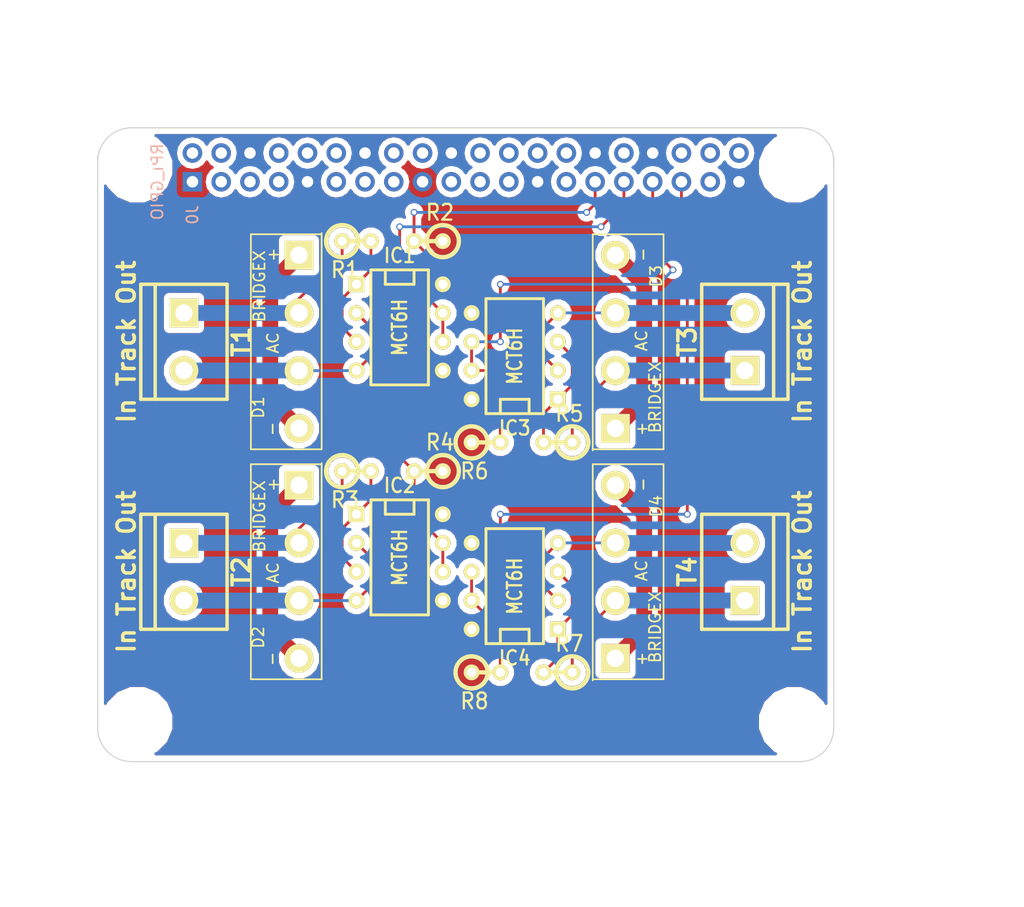
<source format=kicad_pcb>
(kicad_pcb (version 3) (host pcbnew "(2013-june-11)-stable")

  (general
    (links 64)
    (no_connects 0)
    (area 29.28939 20.694 130.847429 101.769)
    (thickness 1.6)
    (drawings 16)
    (tracks 125)
    (zones 0)
    (modules 25)
    (nets 23)
  )

  (page USLetter)
  (title_block 
    (company "Deepwoods Software")
  )

  (layers
    (15 F.Cu signal)
    (0 B.Cu signal)
    (16 B.Adhes user)
    (17 F.Adhes user)
    (18 B.Paste user)
    (19 F.Paste user)
    (20 B.SilkS user)
    (21 F.SilkS user)
    (22 B.Mask user)
    (23 F.Mask user)
    (24 Dwgs.User user)
    (25 Cmts.User user)
    (26 Eco1.User user)
    (27 Eco2.User user)
    (28 Edge.Cuts user)
  )

  (setup
    (last_trace_width 0.25)
    (user_trace_width 0.01)
    (user_trace_width 0.02)
    (user_trace_width 0.05)
    (user_trace_width 0.1)
    (user_trace_width 0.2)
    (user_trace_width 1.4)
    (trace_clearance 0.2)
    (zone_clearance 0.508)
    (zone_45_only no)
    (trace_min 0.01)
    (segment_width 0.2)
    (edge_width 0.1)
    (via_size 0.6)
    (via_drill 0.4)
    (via_min_size 0.4)
    (via_min_drill 0.3)
    (uvia_size 0.3)
    (uvia_drill 0.1)
    (uvias_allowed no)
    (uvia_min_size 0.2)
    (uvia_min_drill 0.1)
    (pcb_text_width 0.3)
    (pcb_text_size 1.5 1.5)
    (mod_edge_width 0.15)
    (mod_text_size 1 1)
    (mod_text_width 0.15)
    (pad_size 2.75 2.75)
    (pad_drill 2.75)
    (pad_to_mask_clearance 0)
    (aux_axis_origin 0 0)
    (visible_elements 7FFEFFFF)
    (pcbplotparams
      (layerselection 3178497)
      (usegerberextensions false)
      (excludeedgelayer true)
      (linewidth 0.100000)
      (plotframeref false)
      (viasonmask false)
      (mode 1)
      (useauxorigin false)
      (hpglpennumber 1)
      (hpglpenspeed 20)
      (hpglpendiameter 15)
      (hpglpenoverlay 2)
      (psnegative false)
      (psa4output false)
      (plotreference true)
      (plotvalue true)
      (plotothertext true)
      (plotinvisibletext false)
      (padsonsilk false)
      (subtractmaskfromsilk false)
      (outputformat 1)
      (mirror false)
      (drillshape 0)
      (scaleselection 1)
      (outputdirectory meta/))
  )

  (net 0 "")
  (net 1 +3.3V)
  (net 2 "/Occupancy Detector 1/OD1")
  (net 3 "/Occupancy Detector 2/OD2")
  (net 4 "/Occupancy Detector 3/OD3")
  (net 5 "/Occupancy Detector 4/OD4")
  (net 6 GND)
  (net 7 N-0000033)
  (net 8 N-0000034)
  (net 9 N-0000035)
  (net 10 N-0000036)
  (net 11 N-0000037)
  (net 12 N-0000038)
  (net 13 N-0000039)
  (net 14 N-0000040)
  (net 15 N-0000041)
  (net 16 N-0000042)
  (net 17 N-0000043)
  (net 18 N-0000044)
  (net 19 N-0000045)
  (net 20 N-0000046)
  (net 21 N-0000047)
  (net 22 N-0000048)

  (net_class Default "This is the default net class."
    (clearance 0.2)
    (trace_width 0.25)
    (via_dia 0.6)
    (via_drill 0.4)
    (uvia_dia 0.3)
    (uvia_drill 0.1)
    (add_net "")
    (add_net +3.3V)
    (add_net "/Occupancy Detector 1/OD1")
    (add_net "/Occupancy Detector 2/OD2")
    (add_net "/Occupancy Detector 3/OD3")
    (add_net "/Occupancy Detector 4/OD4")
    (add_net GND)
    (add_net N-0000033)
    (add_net N-0000034)
    (add_net N-0000035)
    (add_net N-0000036)
    (add_net N-0000037)
    (add_net N-0000038)
    (add_net N-0000039)
    (add_net N-0000040)
    (add_net N-0000041)
    (add_net N-0000042)
    (add_net N-0000043)
    (add_net N-0000044)
    (add_net N-0000045)
    (add_net N-0000046)
    (add_net N-0000047)
    (add_net N-0000048)
  )

  (module RPi_Hat:Pin_Header_Straight_2x20   locked (layer B.Cu) (tedit 580FA54B) (tstamp 5516AEA0)
    (at 70.601 35.394 90)
    (descr "Through hole pin header")
    (tags "pin header")
    (path /5516AE26)
    (fp_text reference J0 (at -4.191 -24.13 90) (layer B.SilkS)
      (effects (font (size 1 1) (thickness 0.15)) (justify mirror))
    )
    (fp_text value RPi_GPIO (at -1.27 -27.23 90) (layer B.SilkS)
      (effects (font (size 1 1) (thickness 0.15)) (justify mirror))
    )
    (fp_line (start -3.02 -25.88) (end -3.02 25.92) (layer Cmts.User) (width 0.05))
    (fp_line (start 3.03 -25.88) (end 3.03 25.92) (layer Cmts.User) (width 0.05))
    (fp_line (start -3.02 -25.88) (end 3.03 -25.88) (layer Cmts.User) (width 0.05))
    (fp_line (start -3.02 25.92) (end 3.03 25.92) (layer Cmts.User) (width 0.05))
    (fp_line (start 2.54 25.4) (end 2.54 -25.4) (layer Cmts.User) (width 0.15))
    (fp_line (start -2.54 -22.86) (end -2.54 25.4) (layer Cmts.User) (width 0.15))
    (fp_line (start 2.54 25.4) (end -2.54 25.4) (layer Cmts.User) (width 0.15))
    (fp_line (start 2.54 -25.4) (end 0 -25.4) (layer Cmts.User) (width 0.15))
    (fp_line (start -1.27 -25.68) (end -2.82 -25.68) (layer Cmts.User) (width 0.15))
    (fp_line (start 0 -25.4) (end 0 -22.86) (layer Cmts.User) (width 0.15))
    (fp_line (start 0 -22.86) (end -2.54 -22.86) (layer Cmts.User) (width 0.15))
    (fp_line (start -2.82 -25.68) (end -2.82 -24.13) (layer Cmts.User) (width 0.15))
    (pad 1 thru_hole rect (at -1.27 -24.13 90) (size 1.7272 1.7272) (drill 1.016)
      (layers *.Cu *.Mask)
      (net 1 +3.3V)
    )
    (pad 2 thru_hole oval (at 1.27 -24.13 90) (size 1.7272 1.7272) (drill 1.016)
      (layers *.Cu *.Mask)
    )
    (pad 3 thru_hole oval (at -1.27 -21.59 90) (size 1.7272 1.7272) (drill 1.016)
      (layers *.Cu *.Mask)
    )
    (pad 4 thru_hole oval (at 1.27 -21.59 90) (size 1.7272 1.7272) (drill 1.016)
      (layers *.Cu *.Mask)
    )
    (pad 5 thru_hole oval (at -1.27 -19.05 90) (size 1.7272 1.7272) (drill 1.016)
      (layers *.Cu *.Mask)
    )
    (pad 6 thru_hole oval (at 1.27 -19.05 90) (size 1.7272 1.7272) (drill 1.016)
      (layers *.Cu *.Mask)
      (net 6 GND)
    )
    (pad 7 thru_hole oval (at -1.27 -16.51 90) (size 1.7272 1.7272) (drill 1.016)
      (layers *.Cu *.Mask)
    )
    (pad 8 thru_hole oval (at 1.27 -16.51 90) (size 1.7272 1.7272) (drill 1.016)
      (layers *.Cu *.Mask)
    )
    (pad 9 thru_hole oval (at -1.27 -13.97 90) (size 1.7272 1.7272) (drill 1.016)
      (layers *.Cu *.Mask)
      (net 6 GND)
    )
    (pad 10 thru_hole oval (at 1.27 -13.97 90) (size 1.7272 1.7272) (drill 1.016)
      (layers *.Cu *.Mask)
    )
    (pad 11 thru_hole oval (at -1.27 -11.43 90) (size 1.7272 1.7272) (drill 1.016)
      (layers *.Cu *.Mask)
    )
    (pad 12 thru_hole oval (at 1.27 -11.43 90) (size 1.7272 1.7272) (drill 1.016)
      (layers *.Cu *.Mask)
    )
    (pad 13 thru_hole oval (at -1.27 -8.89 90) (size 1.7272 1.7272) (drill 1.016)
      (layers *.Cu *.Mask)
    )
    (pad 14 thru_hole oval (at 1.27 -8.89 90) (size 1.7272 1.7272) (drill 1.016)
      (layers *.Cu *.Mask)
      (net 6 GND)
    )
    (pad 15 thru_hole oval (at -1.27 -6.35 90) (size 1.7272 1.7272) (drill 1.016)
      (layers *.Cu *.Mask)
    )
    (pad 16 thru_hole oval (at 1.27 -6.35 90) (size 1.7272 1.7272) (drill 1.016)
      (layers *.Cu *.Mask)
    )
    (pad 17 thru_hole oval (at -1.27 -3.81 90) (size 1.7272 1.7272) (drill 1.016)
      (layers *.Cu *.Mask)
      (net 1 +3.3V)
    )
    (pad 18 thru_hole oval (at 1.27 -3.81 90) (size 1.7272 1.7272) (drill 1.016)
      (layers *.Cu *.Mask)
    )
    (pad 19 thru_hole oval (at -1.27 -1.27 90) (size 1.7272 1.7272) (drill 1.016)
      (layers *.Cu *.Mask)
    )
    (pad 20 thru_hole oval (at 1.27 -1.27 90) (size 1.7272 1.7272) (drill 1.016)
      (layers *.Cu *.Mask)
      (net 6 GND)
    )
    (pad 21 thru_hole oval (at -1.27 1.27 90) (size 1.7272 1.7272) (drill 1.016)
      (layers *.Cu *.Mask)
    )
    (pad 22 thru_hole oval (at 1.27 1.27 90) (size 1.7272 1.7272) (drill 1.016)
      (layers *.Cu *.Mask)
    )
    (pad 23 thru_hole oval (at -1.27 3.81 90) (size 1.7272 1.7272) (drill 1.016)
      (layers *.Cu *.Mask)
    )
    (pad 24 thru_hole oval (at 1.27 3.81 90) (size 1.7272 1.7272) (drill 1.016)
      (layers *.Cu *.Mask)
    )
    (pad 25 thru_hole oval (at -1.27 6.35 90) (size 1.7272 1.7272) (drill 1.016)
      (layers *.Cu *.Mask)
      (net 6 GND)
    )
    (pad 26 thru_hole oval (at 1.27 6.35 90) (size 1.7272 1.7272) (drill 1.016)
      (layers *.Cu *.Mask)
    )
    (pad 27 thru_hole oval (at -1.27 8.89 90) (size 1.7272 1.7272) (drill 1.016)
      (layers *.Cu *.Mask)
    )
    (pad 28 thru_hole oval (at 1.27 8.89 90) (size 1.7272 1.7272) (drill 1.016)
      (layers *.Cu *.Mask)
    )
    (pad 29 thru_hole oval (at -1.27 11.43 90) (size 1.7272 1.7272) (drill 1.016)
      (layers *.Cu *.Mask)
      (net 2 "/Occupancy Detector 1/OD1")
    )
    (pad 30 thru_hole oval (at 1.27 11.43 90) (size 1.7272 1.7272) (drill 1.016)
      (layers *.Cu *.Mask)
      (net 6 GND)
    )
    (pad 31 thru_hole oval (at -1.27 13.97 90) (size 1.7272 1.7272) (drill 1.016)
      (layers *.Cu *.Mask)
      (net 3 "/Occupancy Detector 2/OD2")
    )
    (pad 32 thru_hole oval (at 1.27 13.97 90) (size 1.7272 1.7272) (drill 1.016)
      (layers *.Cu *.Mask)
    )
    (pad 33 thru_hole oval (at -1.27 16.51 90) (size 1.7272 1.7272) (drill 1.016)
      (layers *.Cu *.Mask)
      (net 4 "/Occupancy Detector 3/OD3")
    )
    (pad 34 thru_hole oval (at 1.27 16.51 90) (size 1.7272 1.7272) (drill 1.016)
      (layers *.Cu *.Mask)
      (net 6 GND)
    )
    (pad 35 thru_hole oval (at -1.27 19.05 90) (size 1.7272 1.7272) (drill 1.016)
      (layers *.Cu *.Mask)
      (net 5 "/Occupancy Detector 4/OD4")
    )
    (pad 36 thru_hole oval (at 1.27 19.05 90) (size 1.7272 1.7272) (drill 1.016)
      (layers *.Cu *.Mask)
    )
    (pad 37 thru_hole oval (at -1.27 21.59 90) (size 1.7272 1.7272) (drill 1.016)
      (layers *.Cu *.Mask)
    )
    (pad 38 thru_hole oval (at 1.27 21.59 90) (size 1.7272 1.7272) (drill 1.016)
      (layers *.Cu *.Mask)
    )
    (pad 39 thru_hole oval (at -1.27 24.13 90) (size 1.7272 1.7272) (drill 1.016)
      (layers *.Cu *.Mask)
      (net 6 GND)
    )
    (pad 40 thru_hole oval (at 1.27 24.13 90) (size 1.7272 1.7272) (drill 1.016)
      (layers *.Cu *.Mask)
    )
    (model walter/pin_strip/pin_socket_20x2.wrl
      (at (xyz 0 0 0))
      (scale (xyz 1 1 1))
      (rotate (xyz 0 0 90))
    )
    (model walter/pin_strip/pin_strip_20x2.wrl
      (at (xyz 0 0 0.03125))
      (scale (xyz 1 1 1))
      (rotate (xyz 180 0 90))
    )
  )

  (module RPi_Hat:RPi_Hat_Mounting_Hole   locked (layer B.Cu) (tedit 580FABD5) (tstamp 5515DEA9)
    (at 99.601 35.394)
    (descr "Mounting hole, Befestigungsbohrung, 2,7mm, No Annular, Kein Restring,")
    (tags "Mounting hole, Befestigungsbohrung, 2,7mm, No Annular, Kein Restring,")
    (fp_text reference H2 (at 0 -4.0005) (layer B.SilkS) hide
      (effects (font (size 1 1) (thickness 0.15)) (justify mirror))
    )
    (fp_text value "" (at 0.09906 3.59918) (layer B.SilkS) hide
      (effects (font (size 1 1) (thickness 0.15)) (justify mirror))
    )
    (fp_circle (center 0 0) (end 1.375 0) (layer Cmts.User) (width 0.15))
    (fp_circle (center 0 0) (end 3.1 0) (layer Cmts.User) (width 0.15))
    (fp_circle (center 0 0) (end 3.1 0) (layer Cmts.User) (width 0.15))
    (fp_circle (center 0 0) (end 1.375 0) (layer Cmts.User) (width 0.15))
    (fp_circle (center 0 0) (end 3.1 0) (layer Cmts.User) (width 0.15))
    (fp_circle (center 0 0) (end 3.1 0) (layer Cmts.User) (width 0.15))
    (pad "" np_thru_hole circle (at 0 0) (size 2.75 2.75) (drill 2.75)
      (layers *.Cu *.Mask)
      (solder_mask_margin 1.725)
      (clearance 1.725)
    )
  )

  (module RPi_Hat:RPi_Hat_Mounting_Hole   locked (layer B.Cu) (tedit 580FABF4) (tstamp 55169DC9)
    (at 99.601 84.394)
    (descr "Mounting hole, Befestigungsbohrung, 2,7mm, No Annular, Kein Restring,")
    (tags "Mounting hole, Befestigungsbohrung, 2,7mm, No Annular, Kein Restring,")
    (fp_text reference H4 (at 0 -4.0005) (layer B.SilkS) hide
      (effects (font (size 1 1) (thickness 0.15)) (justify mirror))
    )
    (fp_text value "" (at 0.09906 3.59918) (layer B.SilkS) hide
      (effects (font (size 1 1) (thickness 0.15)) (justify mirror))
    )
    (fp_circle (center 0 0) (end 1.375 0) (layer Cmts.User) (width 0.15))
    (fp_circle (center 0 0) (end 3.1 0) (layer Cmts.User) (width 0.15))
    (fp_circle (center 0 0) (end 3.1 0) (layer Cmts.User) (width 0.15))
    (fp_circle (center 0 0) (end 1.375 0) (layer Cmts.User) (width 0.15))
    (fp_circle (center 0 0) (end 3.1 0) (layer Cmts.User) (width 0.15))
    (fp_circle (center 0 0) (end 3.1 0) (layer Cmts.User) (width 0.15))
    (pad "" np_thru_hole circle (at 0 0) (size 2.75 2.75) (drill 2.75)
      (layers *.Cu *.Mask)
      (solder_mask_margin 1.725)
      (clearance 1.725)
    )
  )

  (module RPi_Hat:RPi_Hat_Mounting_Hole   locked (layer B.Cu) (tedit 580FABE5) (tstamp 5515DECC)
    (at 41.601 84.394)
    (descr "Mounting hole, Befestigungsbohrung, 2,7mm, No Annular, Kein Restring,")
    (tags "Mounting hole, Befestigungsbohrung, 2,7mm, No Annular, Kein Restring,")
    (fp_text reference H3 (at 0 -4.0005) (layer B.SilkS) hide
      (effects (font (size 1 1) (thickness 0.15)) (justify mirror))
    )
    (fp_text value "" (at 0.09906 3.59918) (layer B.SilkS) hide
      (effects (font (size 1 1) (thickness 0.15)) (justify mirror))
    )
    (fp_circle (center 0 0) (end 1.375 0) (layer Cmts.User) (width 0.15))
    (fp_circle (center 0 0) (end 3.1 0) (layer Cmts.User) (width 0.15))
    (fp_circle (center 0 0) (end 3.1 0) (layer Cmts.User) (width 0.15))
    (fp_circle (center 0 0) (end 1.375 0) (layer Cmts.User) (width 0.15))
    (fp_circle (center 0 0) (end 3.1 0) (layer Cmts.User) (width 0.15))
    (fp_circle (center 0 0) (end 3.1 0) (layer Cmts.User) (width 0.15))
    (pad "" np_thru_hole circle (at 0 0) (size 2.75 2.75) (drill 2.75)
      (layers *.Cu *.Mask)
      (solder_mask_margin 1.725)
      (clearance 1.725)
    )
  )

  (module RPi_Hat:RPi_Hat_Mounting_Hole   locked (layer B.Cu) (tedit 580FABC5) (tstamp 5515DEBF)
    (at 41.601 35.394)
    (descr "Mounting hole, Befestigungsbohrung, 2,7mm, No Annular, Kein Restring,")
    (tags "Mounting hole, Befestigungsbohrung, 2,7mm, No Annular, Kein Restring,")
    (fp_text reference H1 (at 0 -4.0005) (layer B.SilkS) hide
      (effects (font (size 1 1) (thickness 0.15)) (justify mirror))
    )
    (fp_text value "" (at 0.09906 3.59918) (layer B.SilkS) hide
      (effects (font (size 1 1) (thickness 0.15)) (justify mirror))
    )
    (fp_circle (center 0 0) (end 1.375 0) (layer Cmts.User) (width 0.15))
    (fp_circle (center 0 0) (end 3.1 0) (layer Cmts.User) (width 0.15))
    (fp_circle (center 0 0) (end 3.1 0) (layer Cmts.User) (width 0.15))
    (fp_circle (center 0 0) (end 1.375 0) (layer Cmts.User) (width 0.15))
    (fp_circle (center 0 0) (end 3.1 0) (layer Cmts.User) (width 0.15))
    (fp_circle (center 0 0) (end 3.1 0) (layer Cmts.User) (width 0.15))
    (pad "" np_thru_hole circle (at 0 0) (size 2.75 2.75) (drill 2.75)
      (layers *.Cu *.Mask)
      (solder_mask_margin 1.725)
      (clearance 1.725)
    )
  )

  (module R1 (layer F.Cu) (tedit 200000) (tstamp 5C70B4D7)
    (at 60.96 41.91)
    (descr "Resistance verticale")
    (tags R)
    (path /5C70A8FB/5C70A952)
    (autoplace_cost90 10)
    (autoplace_cost180 10)
    (fp_text reference R1 (at -1.016 2.54) (layer F.SilkS)
      (effects (font (size 1.397 1.27) (thickness 0.2032)))
    )
    (fp_text value "10 Ohms" (at -1.143 2.54) (layer F.SilkS) hide
      (effects (font (size 1.397 1.27) (thickness 0.2032)))
    )
    (fp_line (start -1.27 0) (end 1.27 0) (layer F.SilkS) (width 0.381))
    (fp_circle (center -1.27 0) (end -0.635 1.27) (layer F.SilkS) (width 0.381))
    (pad 1 thru_hole circle (at -1.27 0) (size 1.397 1.397) (drill 0.8128)
      (layers *.Cu *.Mask F.SilkS)
      (net 17 N-0000043)
    )
    (pad 2 thru_hole circle (at 1.27 0) (size 1.397 1.397) (drill 0.8128)
      (layers *.Cu *.Mask F.SilkS)
      (net 15 N-0000041)
    )
    (model discret/verti_resistor.wrl
      (at (xyz 0 0 0))
      (scale (xyz 1 1 1))
      (rotate (xyz 0 0 0))
    )
  )

  (module R1 (layer F.Cu) (tedit 200000) (tstamp 5C70B4DF)
    (at 67.31 41.91 180)
    (descr "Resistance verticale")
    (tags R)
    (path /5C70A8FB/5C70A98C)
    (autoplace_cost90 10)
    (autoplace_cost180 10)
    (fp_text reference R2 (at -1.016 2.54 180) (layer F.SilkS)
      (effects (font (size 1.397 1.27) (thickness 0.2032)))
    )
    (fp_text value "10K Ohms" (at -1.143 2.54 180) (layer F.SilkS) hide
      (effects (font (size 1.397 1.27) (thickness 0.2032)))
    )
    (fp_line (start -1.27 0) (end 1.27 0) (layer F.SilkS) (width 0.381))
    (fp_circle (center -1.27 0) (end -0.635 1.27) (layer F.SilkS) (width 0.381))
    (pad 1 thru_hole circle (at -1.27 0 180) (size 1.397 1.397) (drill 0.8128)
      (layers *.Cu *.Mask F.SilkS)
      (net 1 +3.3V)
    )
    (pad 2 thru_hole circle (at 1.27 0 180) (size 1.397 1.397) (drill 0.8128)
      (layers *.Cu *.Mask F.SilkS)
      (net 2 "/Occupancy Detector 1/OD1")
    )
    (model discret/verti_resistor.wrl
      (at (xyz 0 0 0))
      (scale (xyz 1 1 1))
      (rotate (xyz 0 0 0))
    )
  )

  (module R1 (layer F.Cu) (tedit 200000) (tstamp 5C70B4E7)
    (at 72.39 80.01)
    (descr "Resistance verticale")
    (tags R)
    (path /5C70A8FB/5C70A98C)
    (autoplace_cost90 10)
    (autoplace_cost180 10)
    (fp_text reference R8 (at -1.016 2.54) (layer F.SilkS)
      (effects (font (size 1.397 1.27) (thickness 0.2032)))
    )
    (fp_text value "10K Ohms" (at -1.143 2.54) (layer F.SilkS) hide
      (effects (font (size 1.397 1.27) (thickness 0.2032)))
    )
    (fp_line (start -1.27 0) (end 1.27 0) (layer F.SilkS) (width 0.381))
    (fp_circle (center -1.27 0) (end -0.635 1.27) (layer F.SilkS) (width 0.381))
    (pad 1 thru_hole circle (at -1.27 0) (size 1.397 1.397) (drill 0.8128)
      (layers *.Cu *.Mask F.SilkS)
      (net 1 +3.3V)
    )
    (pad 2 thru_hole circle (at 1.27 0) (size 1.397 1.397) (drill 0.8128)
      (layers *.Cu *.Mask F.SilkS)
      (net 5 "/Occupancy Detector 4/OD4")
    )
    (model discret/verti_resistor.wrl
      (at (xyz 0 0 0))
      (scale (xyz 1 1 1))
      (rotate (xyz 0 0 0))
    )
  )

  (module R1 (layer F.Cu) (tedit 200000) (tstamp 5C70B4EF)
    (at 60.96 62.23)
    (descr "Resistance verticale")
    (tags R)
    (path /5C70A8FB/5C70A952)
    (autoplace_cost90 10)
    (autoplace_cost180 10)
    (fp_text reference R3 (at -1.016 2.54) (layer F.SilkS)
      (effects (font (size 1.397 1.27) (thickness 0.2032)))
    )
    (fp_text value "10 Ohms" (at -1.143 2.54) (layer F.SilkS) hide
      (effects (font (size 1.397 1.27) (thickness 0.2032)))
    )
    (fp_line (start -1.27 0) (end 1.27 0) (layer F.SilkS) (width 0.381))
    (fp_circle (center -1.27 0) (end -0.635 1.27) (layer F.SilkS) (width 0.381))
    (pad 1 thru_hole circle (at -1.27 0) (size 1.397 1.397) (drill 0.8128)
      (layers *.Cu *.Mask F.SilkS)
      (net 21 N-0000047)
    )
    (pad 2 thru_hole circle (at 1.27 0) (size 1.397 1.397) (drill 0.8128)
      (layers *.Cu *.Mask F.SilkS)
      (net 19 N-0000045)
    )
    (model discret/verti_resistor.wrl
      (at (xyz 0 0 0))
      (scale (xyz 1 1 1))
      (rotate (xyz 0 0 0))
    )
  )

  (module R1 (layer F.Cu) (tedit 200000) (tstamp 5C70B4F7)
    (at 67.31 62.23 180)
    (descr "Resistance verticale")
    (tags R)
    (path /5C70A8FB/5C70A98C)
    (autoplace_cost90 10)
    (autoplace_cost180 10)
    (fp_text reference R4 (at -1.016 2.54 180) (layer F.SilkS)
      (effects (font (size 1.397 1.27) (thickness 0.2032)))
    )
    (fp_text value "10K Ohms" (at -1.143 2.54 180) (layer F.SilkS) hide
      (effects (font (size 1.397 1.27) (thickness 0.2032)))
    )
    (fp_line (start -1.27 0) (end 1.27 0) (layer F.SilkS) (width 0.381))
    (fp_circle (center -1.27 0) (end -0.635 1.27) (layer F.SilkS) (width 0.381))
    (pad 1 thru_hole circle (at -1.27 0 180) (size 1.397 1.397) (drill 0.8128)
      (layers *.Cu *.Mask F.SilkS)
      (net 1 +3.3V)
    )
    (pad 2 thru_hole circle (at 1.27 0 180) (size 1.397 1.397) (drill 0.8128)
      (layers *.Cu *.Mask F.SilkS)
      (net 3 "/Occupancy Detector 2/OD2")
    )
    (model discret/verti_resistor.wrl
      (at (xyz 0 0 0))
      (scale (xyz 1 1 1))
      (rotate (xyz 0 0 0))
    )
  )

  (module R1 (layer F.Cu) (tedit 200000) (tstamp 5C70B4FF)
    (at 78.74 59.69 180)
    (descr "Resistance verticale")
    (tags R)
    (path /5C70A8FB/5C70A952)
    (autoplace_cost90 10)
    (autoplace_cost180 10)
    (fp_text reference R5 (at -1.016 2.54 180) (layer F.SilkS)
      (effects (font (size 1.397 1.27) (thickness 0.2032)))
    )
    (fp_text value "10 Ohms" (at -1.143 2.54 180) (layer F.SilkS) hide
      (effects (font (size 1.397 1.27) (thickness 0.2032)))
    )
    (fp_line (start -1.27 0) (end 1.27 0) (layer F.SilkS) (width 0.381))
    (fp_circle (center -1.27 0) (end -0.635 1.27) (layer F.SilkS) (width 0.381))
    (pad 1 thru_hole circle (at -1.27 0 180) (size 1.397 1.397) (drill 0.8128)
      (layers *.Cu *.Mask F.SilkS)
      (net 9 N-0000035)
    )
    (pad 2 thru_hole circle (at 1.27 0 180) (size 1.397 1.397) (drill 0.8128)
      (layers *.Cu *.Mask F.SilkS)
      (net 7 N-0000033)
    )
    (model discret/verti_resistor.wrl
      (at (xyz 0 0 0))
      (scale (xyz 1 1 1))
      (rotate (xyz 0 0 0))
    )
  )

  (module R1 (layer F.Cu) (tedit 200000) (tstamp 5C70B507)
    (at 72.39 59.69)
    (descr "Resistance verticale")
    (tags R)
    (path /5C70A8FB/5C70A98C)
    (autoplace_cost90 10)
    (autoplace_cost180 10)
    (fp_text reference R6 (at -1.016 2.54) (layer F.SilkS)
      (effects (font (size 1.397 1.27) (thickness 0.2032)))
    )
    (fp_text value "10K Ohms" (at -1.143 2.54) (layer F.SilkS) hide
      (effects (font (size 1.397 1.27) (thickness 0.2032)))
    )
    (fp_line (start -1.27 0) (end 1.27 0) (layer F.SilkS) (width 0.381))
    (fp_circle (center -1.27 0) (end -0.635 1.27) (layer F.SilkS) (width 0.381))
    (pad 1 thru_hole circle (at -1.27 0) (size 1.397 1.397) (drill 0.8128)
      (layers *.Cu *.Mask F.SilkS)
      (net 1 +3.3V)
    )
    (pad 2 thru_hole circle (at 1.27 0) (size 1.397 1.397) (drill 0.8128)
      (layers *.Cu *.Mask F.SilkS)
      (net 4 "/Occupancy Detector 3/OD3")
    )
    (model discret/verti_resistor.wrl
      (at (xyz 0 0 0))
      (scale (xyz 1 1 1))
      (rotate (xyz 0 0 0))
    )
  )

  (module R1 (layer F.Cu) (tedit 200000) (tstamp 5C70B50F)
    (at 78.74 80.01 180)
    (descr "Resistance verticale")
    (tags R)
    (path /5C70A8FB/5C70A952)
    (autoplace_cost90 10)
    (autoplace_cost180 10)
    (fp_text reference R7 (at -1.016 2.54 180) (layer F.SilkS)
      (effects (font (size 1.397 1.27) (thickness 0.2032)))
    )
    (fp_text value "10 Ohms" (at -1.143 2.54 180) (layer F.SilkS) hide
      (effects (font (size 1.397 1.27) (thickness 0.2032)))
    )
    (fp_line (start -1.27 0) (end 1.27 0) (layer F.SilkS) (width 0.381))
    (fp_circle (center -1.27 0) (end -0.635 1.27) (layer F.SilkS) (width 0.381))
    (pad 1 thru_hole circle (at -1.27 0 180) (size 1.397 1.397) (drill 0.8128)
      (layers *.Cu *.Mask F.SilkS)
      (net 13 N-0000039)
    )
    (pad 2 thru_hole circle (at 1.27 0 180) (size 1.397 1.397) (drill 0.8128)
      (layers *.Cu *.Mask F.SilkS)
      (net 11 N-0000037)
    )
    (model discret/verti_resistor.wrl
      (at (xyz 0 0 0))
      (scale (xyz 1 1 1))
      (rotate (xyz 0 0 0))
    )
  )

  (module KBL (layer F.Cu) (tedit 5B02DD83) (tstamp 5C70B51F)
    (at 83.82 71.12 90)
    (tags "Bridge Rectifier")
    (path /5C70A8FB/5C70AB0F)
    (fp_text reference D4 (at 5.8 3.6 90) (layer F.SilkS)
      (effects (font (size 1 1) (thickness 0.15)))
    )
    (fp_text value BRIDGEX (at -4.9 3.5 90) (layer F.SilkS)
      (effects (font (size 1 1) (thickness 0.15)))
    )
    (fp_text user AC (at 0.1 2.3 90) (layer F.SilkS)
      (effects (font (size 1 1) (thickness 0.15)))
    )
    (fp_text user - (at 7.7 2.4 90) (layer F.SilkS)
      (effects (font (size 1 1) (thickness 0.15)))
    )
    (fp_text user + (at -7.7 2.3 90) (layer F.SilkS)
      (effects (font (size 1 1) (thickness 0.15)))
    )
    (fp_line (start -9.5 -2) (end 9.5 -2) (layer F.SilkS) (width 0.15))
    (fp_line (start 9.5 -2) (end 9.5 4.25) (layer F.SilkS) (width 0.15))
    (fp_line (start 9.5 4.25) (end -9.5 4.25) (layer F.SilkS) (width 0.15))
    (fp_line (start -9.5 4.25) (end -9.5 -2) (layer F.SilkS) (width 0.15))
    (fp_line (start -9.5 -2) (end -9.6 -2) (layer F.SilkS) (width 0.15))
    (pad 1 thru_hole rect (at -7.65 0 90) (size 2.54 2.54) (drill 1.524)
      (layers *.Cu *.Mask F.SilkS)
      (net 14 N-0000040)
    )
    (pad 2 thru_hole circle (at -2.55 0 90) (size 2.54 2.54) (drill 1.524)
      (layers *.Cu *.Mask F.SilkS)
      (net 13 N-0000039)
    )
    (pad 3 thru_hole circle (at 2.55 0 90) (size 2.54 2.54) (drill 1.524)
      (layers *.Cu *.Mask F.SilkS)
      (net 12 N-0000038)
    )
    (pad 4 thru_hole circle (at 7.65 0 90) (size 2.54 2.54) (drill 1.524)
      (layers *.Cu *.Mask F.SilkS)
      (net 14 N-0000040)
    )
  )

  (module KBL (layer F.Cu) (tedit 5B02DD83) (tstamp 5C70B52F)
    (at 55.88 50.8 270)
    (tags "Bridge Rectifier")
    (path /5C70A8FB/5C70AB0F)
    (fp_text reference D1 (at 5.8 3.6 270) (layer F.SilkS)
      (effects (font (size 1 1) (thickness 0.15)))
    )
    (fp_text value BRIDGEX (at -4.9 3.5 270) (layer F.SilkS)
      (effects (font (size 1 1) (thickness 0.15)))
    )
    (fp_text user AC (at 0.1 2.3 270) (layer F.SilkS)
      (effects (font (size 1 1) (thickness 0.15)))
    )
    (fp_text user - (at 7.7 2.4 270) (layer F.SilkS)
      (effects (font (size 1 1) (thickness 0.15)))
    )
    (fp_text user + (at -7.7 2.3 270) (layer F.SilkS)
      (effects (font (size 1 1) (thickness 0.15)))
    )
    (fp_line (start -9.5 -2) (end 9.5 -2) (layer F.SilkS) (width 0.15))
    (fp_line (start 9.5 -2) (end 9.5 4.25) (layer F.SilkS) (width 0.15))
    (fp_line (start 9.5 4.25) (end -9.5 4.25) (layer F.SilkS) (width 0.15))
    (fp_line (start -9.5 4.25) (end -9.5 -2) (layer F.SilkS) (width 0.15))
    (fp_line (start -9.5 -2) (end -9.6 -2) (layer F.SilkS) (width 0.15))
    (pad 1 thru_hole rect (at -7.65 0 270) (size 2.54 2.54) (drill 1.524)
      (layers *.Cu *.Mask F.SilkS)
      (net 18 N-0000044)
    )
    (pad 2 thru_hole circle (at -2.55 0 270) (size 2.54 2.54) (drill 1.524)
      (layers *.Cu *.Mask F.SilkS)
      (net 17 N-0000043)
    )
    (pad 3 thru_hole circle (at 2.55 0 270) (size 2.54 2.54) (drill 1.524)
      (layers *.Cu *.Mask F.SilkS)
      (net 16 N-0000042)
    )
    (pad 4 thru_hole circle (at 7.65 0 270) (size 2.54 2.54) (drill 1.524)
      (layers *.Cu *.Mask F.SilkS)
      (net 18 N-0000044)
    )
  )

  (module KBL (layer F.Cu) (tedit 5B02DD83) (tstamp 5C70B53F)
    (at 55.88 71.12 270)
    (tags "Bridge Rectifier")
    (path /5C70A8FB/5C70AB0F)
    (fp_text reference D2 (at 5.8 3.6 270) (layer F.SilkS)
      (effects (font (size 1 1) (thickness 0.15)))
    )
    (fp_text value BRIDGEX (at -4.9 3.5 270) (layer F.SilkS)
      (effects (font (size 1 1) (thickness 0.15)))
    )
    (fp_text user AC (at 0.1 2.3 270) (layer F.SilkS)
      (effects (font (size 1 1) (thickness 0.15)))
    )
    (fp_text user - (at 7.7 2.4 270) (layer F.SilkS)
      (effects (font (size 1 1) (thickness 0.15)))
    )
    (fp_text user + (at -7.7 2.3 270) (layer F.SilkS)
      (effects (font (size 1 1) (thickness 0.15)))
    )
    (fp_line (start -9.5 -2) (end 9.5 -2) (layer F.SilkS) (width 0.15))
    (fp_line (start 9.5 -2) (end 9.5 4.25) (layer F.SilkS) (width 0.15))
    (fp_line (start 9.5 4.25) (end -9.5 4.25) (layer F.SilkS) (width 0.15))
    (fp_line (start -9.5 4.25) (end -9.5 -2) (layer F.SilkS) (width 0.15))
    (fp_line (start -9.5 -2) (end -9.6 -2) (layer F.SilkS) (width 0.15))
    (pad 1 thru_hole rect (at -7.65 0 270) (size 2.54 2.54) (drill 1.524)
      (layers *.Cu *.Mask F.SilkS)
      (net 22 N-0000048)
    )
    (pad 2 thru_hole circle (at -2.55 0 270) (size 2.54 2.54) (drill 1.524)
      (layers *.Cu *.Mask F.SilkS)
      (net 21 N-0000047)
    )
    (pad 3 thru_hole circle (at 2.55 0 270) (size 2.54 2.54) (drill 1.524)
      (layers *.Cu *.Mask F.SilkS)
      (net 20 N-0000046)
    )
    (pad 4 thru_hole circle (at 7.65 0 270) (size 2.54 2.54) (drill 1.524)
      (layers *.Cu *.Mask F.SilkS)
      (net 22 N-0000048)
    )
  )

  (module KBL (layer F.Cu) (tedit 5B02DD83) (tstamp 5C70B54F)
    (at 83.82 50.8 90)
    (tags "Bridge Rectifier")
    (path /5C70A8FB/5C70AB0F)
    (fp_text reference D3 (at 5.8 3.6 90) (layer F.SilkS)
      (effects (font (size 1 1) (thickness 0.15)))
    )
    (fp_text value BRIDGEX (at -4.9 3.5 90) (layer F.SilkS)
      (effects (font (size 1 1) (thickness 0.15)))
    )
    (fp_text user AC (at 0.1 2.3 90) (layer F.SilkS)
      (effects (font (size 1 1) (thickness 0.15)))
    )
    (fp_text user - (at 7.7 2.4 90) (layer F.SilkS)
      (effects (font (size 1 1) (thickness 0.15)))
    )
    (fp_text user + (at -7.7 2.3 90) (layer F.SilkS)
      (effects (font (size 1 1) (thickness 0.15)))
    )
    (fp_line (start -9.5 -2) (end 9.5 -2) (layer F.SilkS) (width 0.15))
    (fp_line (start 9.5 -2) (end 9.5 4.25) (layer F.SilkS) (width 0.15))
    (fp_line (start 9.5 4.25) (end -9.5 4.25) (layer F.SilkS) (width 0.15))
    (fp_line (start -9.5 4.25) (end -9.5 -2) (layer F.SilkS) (width 0.15))
    (fp_line (start -9.5 -2) (end -9.6 -2) (layer F.SilkS) (width 0.15))
    (pad 1 thru_hole rect (at -7.65 0 90) (size 2.54 2.54) (drill 1.524)
      (layers *.Cu *.Mask F.SilkS)
      (net 10 N-0000036)
    )
    (pad 2 thru_hole circle (at -2.55 0 90) (size 2.54 2.54) (drill 1.524)
      (layers *.Cu *.Mask F.SilkS)
      (net 9 N-0000035)
    )
    (pad 3 thru_hole circle (at 2.55 0 90) (size 2.54 2.54) (drill 1.524)
      (layers *.Cu *.Mask F.SilkS)
      (net 8 N-0000034)
    )
    (pad 4 thru_hole circle (at 7.65 0 90) (size 2.54 2.54) (drill 1.524)
      (layers *.Cu *.Mask F.SilkS)
      (net 10 N-0000036)
    )
  )

  (module DIP-8__300 (layer F.Cu) (tedit 43A7F843) (tstamp 5C70B562)
    (at 64.77 49.53 270)
    (descr "8 pins DIL package, round pads")
    (tags DIL)
    (path /5C70A8FB/5C70A96E)
    (fp_text reference IC1 (at -6.35 0 360) (layer F.SilkS)
      (effects (font (size 1.27 1.143) (thickness 0.2032)))
    )
    (fp_text value MCT6H (at 0 0 270) (layer F.SilkS)
      (effects (font (size 1.27 1.016) (thickness 0.2032)))
    )
    (fp_line (start -5.08 -1.27) (end -3.81 -1.27) (layer F.SilkS) (width 0.254))
    (fp_line (start -3.81 -1.27) (end -3.81 1.27) (layer F.SilkS) (width 0.254))
    (fp_line (start -3.81 1.27) (end -5.08 1.27) (layer F.SilkS) (width 0.254))
    (fp_line (start -5.08 -2.54) (end 5.08 -2.54) (layer F.SilkS) (width 0.254))
    (fp_line (start 5.08 -2.54) (end 5.08 2.54) (layer F.SilkS) (width 0.254))
    (fp_line (start 5.08 2.54) (end -5.08 2.54) (layer F.SilkS) (width 0.254))
    (fp_line (start -5.08 2.54) (end -5.08 -2.54) (layer F.SilkS) (width 0.254))
    (pad 1 thru_hole rect (at -3.81 3.81 270) (size 1.397 1.397) (drill 0.8128)
      (layers *.Cu *.Mask F.SilkS)
      (net 15 N-0000041)
    )
    (pad 2 thru_hole circle (at -1.27 3.81 270) (size 1.397 1.397) (drill 0.8128)
      (layers *.Cu *.Mask F.SilkS)
      (net 16 N-0000042)
    )
    (pad 3 thru_hole circle (at 1.27 3.81 270) (size 1.397 1.397) (drill 0.8128)
      (layers *.Cu *.Mask F.SilkS)
      (net 15 N-0000041)
    )
    (pad 4 thru_hole circle (at 3.81 3.81 270) (size 1.397 1.397) (drill 0.8128)
      (layers *.Cu *.Mask F.SilkS)
      (net 16 N-0000042)
    )
    (pad 5 thru_hole circle (at 3.81 -3.81 270) (size 1.397 1.397) (drill 0.8128)
      (layers *.Cu *.Mask F.SilkS)
      (net 6 GND)
    )
    (pad 6 thru_hole circle (at 1.27 -3.81 270) (size 1.397 1.397) (drill 0.8128)
      (layers *.Cu *.Mask F.SilkS)
      (net 2 "/Occupancy Detector 1/OD1")
    )
    (pad 7 thru_hole circle (at -1.27 -3.81 270) (size 1.397 1.397) (drill 0.8128)
      (layers *.Cu *.Mask F.SilkS)
      (net 2 "/Occupancy Detector 1/OD1")
    )
    (pad 8 thru_hole circle (at -3.81 -3.81 270) (size 1.397 1.397) (drill 0.8128)
      (layers *.Cu *.Mask F.SilkS)
      (net 6 GND)
    )
    (model dil/dil_8.wrl
      (at (xyz 0 0 0))
      (scale (xyz 1 1 1))
      (rotate (xyz 0 0 0))
    )
  )

  (module DIP-8__300 (layer F.Cu) (tedit 43A7F843) (tstamp 5C70B575)
    (at 64.77 69.85 270)
    (descr "8 pins DIL package, round pads")
    (tags DIL)
    (path /5C70A8FB/5C70A96E)
    (fp_text reference IC2 (at -6.35 0 360) (layer F.SilkS)
      (effects (font (size 1.27 1.143) (thickness 0.2032)))
    )
    (fp_text value MCT6H (at 0 0 270) (layer F.SilkS)
      (effects (font (size 1.27 1.016) (thickness 0.2032)))
    )
    (fp_line (start -5.08 -1.27) (end -3.81 -1.27) (layer F.SilkS) (width 0.254))
    (fp_line (start -3.81 -1.27) (end -3.81 1.27) (layer F.SilkS) (width 0.254))
    (fp_line (start -3.81 1.27) (end -5.08 1.27) (layer F.SilkS) (width 0.254))
    (fp_line (start -5.08 -2.54) (end 5.08 -2.54) (layer F.SilkS) (width 0.254))
    (fp_line (start 5.08 -2.54) (end 5.08 2.54) (layer F.SilkS) (width 0.254))
    (fp_line (start 5.08 2.54) (end -5.08 2.54) (layer F.SilkS) (width 0.254))
    (fp_line (start -5.08 2.54) (end -5.08 -2.54) (layer F.SilkS) (width 0.254))
    (pad 1 thru_hole rect (at -3.81 3.81 270) (size 1.397 1.397) (drill 0.8128)
      (layers *.Cu *.Mask F.SilkS)
      (net 19 N-0000045)
    )
    (pad 2 thru_hole circle (at -1.27 3.81 270) (size 1.397 1.397) (drill 0.8128)
      (layers *.Cu *.Mask F.SilkS)
      (net 20 N-0000046)
    )
    (pad 3 thru_hole circle (at 1.27 3.81 270) (size 1.397 1.397) (drill 0.8128)
      (layers *.Cu *.Mask F.SilkS)
      (net 19 N-0000045)
    )
    (pad 4 thru_hole circle (at 3.81 3.81 270) (size 1.397 1.397) (drill 0.8128)
      (layers *.Cu *.Mask F.SilkS)
      (net 20 N-0000046)
    )
    (pad 5 thru_hole circle (at 3.81 -3.81 270) (size 1.397 1.397) (drill 0.8128)
      (layers *.Cu *.Mask F.SilkS)
      (net 6 GND)
    )
    (pad 6 thru_hole circle (at 1.27 -3.81 270) (size 1.397 1.397) (drill 0.8128)
      (layers *.Cu *.Mask F.SilkS)
      (net 3 "/Occupancy Detector 2/OD2")
    )
    (pad 7 thru_hole circle (at -1.27 -3.81 270) (size 1.397 1.397) (drill 0.8128)
      (layers *.Cu *.Mask F.SilkS)
      (net 3 "/Occupancy Detector 2/OD2")
    )
    (pad 8 thru_hole circle (at -3.81 -3.81 270) (size 1.397 1.397) (drill 0.8128)
      (layers *.Cu *.Mask F.SilkS)
      (net 6 GND)
    )
    (model dil/dil_8.wrl
      (at (xyz 0 0 0))
      (scale (xyz 1 1 1))
      (rotate (xyz 0 0 0))
    )
  )

  (module DIP-8__300 (layer F.Cu) (tedit 43A7F843) (tstamp 5C70B588)
    (at 74.93 72.39 90)
    (descr "8 pins DIL package, round pads")
    (tags DIL)
    (path /5C70A8FB/5C70A96E)
    (fp_text reference IC4 (at -6.35 0 180) (layer F.SilkS)
      (effects (font (size 1.27 1.143) (thickness 0.2032)))
    )
    (fp_text value MCT6H (at 0 0 90) (layer F.SilkS)
      (effects (font (size 1.27 1.016) (thickness 0.2032)))
    )
    (fp_line (start -5.08 -1.27) (end -3.81 -1.27) (layer F.SilkS) (width 0.254))
    (fp_line (start -3.81 -1.27) (end -3.81 1.27) (layer F.SilkS) (width 0.254))
    (fp_line (start -3.81 1.27) (end -5.08 1.27) (layer F.SilkS) (width 0.254))
    (fp_line (start -5.08 -2.54) (end 5.08 -2.54) (layer F.SilkS) (width 0.254))
    (fp_line (start 5.08 -2.54) (end 5.08 2.54) (layer F.SilkS) (width 0.254))
    (fp_line (start 5.08 2.54) (end -5.08 2.54) (layer F.SilkS) (width 0.254))
    (fp_line (start -5.08 2.54) (end -5.08 -2.54) (layer F.SilkS) (width 0.254))
    (pad 1 thru_hole rect (at -3.81 3.81 90) (size 1.397 1.397) (drill 0.8128)
      (layers *.Cu *.Mask F.SilkS)
      (net 11 N-0000037)
    )
    (pad 2 thru_hole circle (at -1.27 3.81 90) (size 1.397 1.397) (drill 0.8128)
      (layers *.Cu *.Mask F.SilkS)
      (net 12 N-0000038)
    )
    (pad 3 thru_hole circle (at 1.27 3.81 90) (size 1.397 1.397) (drill 0.8128)
      (layers *.Cu *.Mask F.SilkS)
      (net 11 N-0000037)
    )
    (pad 4 thru_hole circle (at 3.81 3.81 90) (size 1.397 1.397) (drill 0.8128)
      (layers *.Cu *.Mask F.SilkS)
      (net 12 N-0000038)
    )
    (pad 5 thru_hole circle (at 3.81 -3.81 90) (size 1.397 1.397) (drill 0.8128)
      (layers *.Cu *.Mask F.SilkS)
      (net 6 GND)
    )
    (pad 6 thru_hole circle (at 1.27 -3.81 90) (size 1.397 1.397) (drill 0.8128)
      (layers *.Cu *.Mask F.SilkS)
      (net 5 "/Occupancy Detector 4/OD4")
    )
    (pad 7 thru_hole circle (at -1.27 -3.81 90) (size 1.397 1.397) (drill 0.8128)
      (layers *.Cu *.Mask F.SilkS)
      (net 5 "/Occupancy Detector 4/OD4")
    )
    (pad 8 thru_hole circle (at -3.81 -3.81 90) (size 1.397 1.397) (drill 0.8128)
      (layers *.Cu *.Mask F.SilkS)
      (net 6 GND)
    )
    (model dil/dil_8.wrl
      (at (xyz 0 0 0))
      (scale (xyz 1 1 1))
      (rotate (xyz 0 0 0))
    )
  )

  (module DIP-8__300 (layer F.Cu) (tedit 43A7F843) (tstamp 5C70B59B)
    (at 74.93 52.07 90)
    (descr "8 pins DIL package, round pads")
    (tags DIL)
    (path /5C70A8FB/5C70A96E)
    (fp_text reference IC3 (at -6.35 0 180) (layer F.SilkS)
      (effects (font (size 1.27 1.143) (thickness 0.2032)))
    )
    (fp_text value MCT6H (at 0 0 90) (layer F.SilkS)
      (effects (font (size 1.27 1.016) (thickness 0.2032)))
    )
    (fp_line (start -5.08 -1.27) (end -3.81 -1.27) (layer F.SilkS) (width 0.254))
    (fp_line (start -3.81 -1.27) (end -3.81 1.27) (layer F.SilkS) (width 0.254))
    (fp_line (start -3.81 1.27) (end -5.08 1.27) (layer F.SilkS) (width 0.254))
    (fp_line (start -5.08 -2.54) (end 5.08 -2.54) (layer F.SilkS) (width 0.254))
    (fp_line (start 5.08 -2.54) (end 5.08 2.54) (layer F.SilkS) (width 0.254))
    (fp_line (start 5.08 2.54) (end -5.08 2.54) (layer F.SilkS) (width 0.254))
    (fp_line (start -5.08 2.54) (end -5.08 -2.54) (layer F.SilkS) (width 0.254))
    (pad 1 thru_hole rect (at -3.81 3.81 90) (size 1.397 1.397) (drill 0.8128)
      (layers *.Cu *.Mask F.SilkS)
      (net 7 N-0000033)
    )
    (pad 2 thru_hole circle (at -1.27 3.81 90) (size 1.397 1.397) (drill 0.8128)
      (layers *.Cu *.Mask F.SilkS)
      (net 8 N-0000034)
    )
    (pad 3 thru_hole circle (at 1.27 3.81 90) (size 1.397 1.397) (drill 0.8128)
      (layers *.Cu *.Mask F.SilkS)
      (net 7 N-0000033)
    )
    (pad 4 thru_hole circle (at 3.81 3.81 90) (size 1.397 1.397) (drill 0.8128)
      (layers *.Cu *.Mask F.SilkS)
      (net 8 N-0000034)
    )
    (pad 5 thru_hole circle (at 3.81 -3.81 90) (size 1.397 1.397) (drill 0.8128)
      (layers *.Cu *.Mask F.SilkS)
      (net 6 GND)
    )
    (pad 6 thru_hole circle (at 1.27 -3.81 90) (size 1.397 1.397) (drill 0.8128)
      (layers *.Cu *.Mask F.SilkS)
      (net 4 "/Occupancy Detector 3/OD3")
    )
    (pad 7 thru_hole circle (at -1.27 -3.81 90) (size 1.397 1.397) (drill 0.8128)
      (layers *.Cu *.Mask F.SilkS)
      (net 4 "/Occupancy Detector 3/OD3")
    )
    (pad 8 thru_hole circle (at -3.81 -3.81 90) (size 1.397 1.397) (drill 0.8128)
      (layers *.Cu *.Mask F.SilkS)
      (net 6 GND)
    )
    (model dil/dil_8.wrl
      (at (xyz 0 0 0))
      (scale (xyz 1 1 1))
      (rotate (xyz 0 0 0))
    )
  )

  (module bornier2 (layer F.Cu) (tedit 3EC0ED69) (tstamp 5C70B5A6)
    (at 95.25 71.12 90)
    (descr "Bornier d'alimentation 2 pins")
    (tags DEV)
    (path /5C70A8FB/5C70A943)
    (fp_text reference T4 (at 0 -5.08 90) (layer F.SilkS)
      (effects (font (size 1.524 1.524) (thickness 0.3048)))
    )
    (fp_text value "In Track Out" (at 0 5.08 90) (layer F.SilkS)
      (effects (font (size 1.524 1.524) (thickness 0.3048)))
    )
    (fp_line (start 5.08 2.54) (end -5.08 2.54) (layer F.SilkS) (width 0.3048))
    (fp_line (start 5.08 3.81) (end 5.08 -3.81) (layer F.SilkS) (width 0.3048))
    (fp_line (start 5.08 -3.81) (end -5.08 -3.81) (layer F.SilkS) (width 0.3048))
    (fp_line (start -5.08 -3.81) (end -5.08 3.81) (layer F.SilkS) (width 0.3048))
    (fp_line (start -5.08 3.81) (end 5.08 3.81) (layer F.SilkS) (width 0.3048))
    (pad 1 thru_hole rect (at -2.54 0 90) (size 2.54 2.54) (drill 1.524)
      (layers *.Cu *.Mask F.SilkS)
      (net 13 N-0000039)
    )
    (pad 2 thru_hole circle (at 2.54 0 90) (size 2.54 2.54) (drill 1.524)
      (layers *.Cu *.Mask F.SilkS)
      (net 12 N-0000038)
    )
    (model device/bornier_2.wrl
      (at (xyz 0 0 0))
      (scale (xyz 1 1 1))
      (rotate (xyz 0 0 0))
    )
  )

  (module bornier2 (layer F.Cu) (tedit 3EC0ED69) (tstamp 5C70B5B1)
    (at 95.25 50.8 90)
    (descr "Bornier d'alimentation 2 pins")
    (tags DEV)
    (path /5C70A8FB/5C70A943)
    (fp_text reference T3 (at 0 -5.08 90) (layer F.SilkS)
      (effects (font (size 1.524 1.524) (thickness 0.3048)))
    )
    (fp_text value "In Track Out" (at 0 5.08 90) (layer F.SilkS)
      (effects (font (size 1.524 1.524) (thickness 0.3048)))
    )
    (fp_line (start 5.08 2.54) (end -5.08 2.54) (layer F.SilkS) (width 0.3048))
    (fp_line (start 5.08 3.81) (end 5.08 -3.81) (layer F.SilkS) (width 0.3048))
    (fp_line (start 5.08 -3.81) (end -5.08 -3.81) (layer F.SilkS) (width 0.3048))
    (fp_line (start -5.08 -3.81) (end -5.08 3.81) (layer F.SilkS) (width 0.3048))
    (fp_line (start -5.08 3.81) (end 5.08 3.81) (layer F.SilkS) (width 0.3048))
    (pad 1 thru_hole rect (at -2.54 0 90) (size 2.54 2.54) (drill 1.524)
      (layers *.Cu *.Mask F.SilkS)
      (net 9 N-0000035)
    )
    (pad 2 thru_hole circle (at 2.54 0 90) (size 2.54 2.54) (drill 1.524)
      (layers *.Cu *.Mask F.SilkS)
      (net 8 N-0000034)
    )
    (model device/bornier_2.wrl
      (at (xyz 0 0 0))
      (scale (xyz 1 1 1))
      (rotate (xyz 0 0 0))
    )
  )

  (module bornier2 (layer F.Cu) (tedit 3EC0ED69) (tstamp 5C70B5BC)
    (at 45.72 71.12 270)
    (descr "Bornier d'alimentation 2 pins")
    (tags DEV)
    (path /5C70A8FB/5C70A943)
    (fp_text reference T2 (at 0 -5.08 270) (layer F.SilkS)
      (effects (font (size 1.524 1.524) (thickness 0.3048)))
    )
    (fp_text value "In Track Out" (at 0 5.08 270) (layer F.SilkS)
      (effects (font (size 1.524 1.524) (thickness 0.3048)))
    )
    (fp_line (start 5.08 2.54) (end -5.08 2.54) (layer F.SilkS) (width 0.3048))
    (fp_line (start 5.08 3.81) (end 5.08 -3.81) (layer F.SilkS) (width 0.3048))
    (fp_line (start 5.08 -3.81) (end -5.08 -3.81) (layer F.SilkS) (width 0.3048))
    (fp_line (start -5.08 -3.81) (end -5.08 3.81) (layer F.SilkS) (width 0.3048))
    (fp_line (start -5.08 3.81) (end 5.08 3.81) (layer F.SilkS) (width 0.3048))
    (pad 1 thru_hole rect (at -2.54 0 270) (size 2.54 2.54) (drill 1.524)
      (layers *.Cu *.Mask F.SilkS)
      (net 21 N-0000047)
    )
    (pad 2 thru_hole circle (at 2.54 0 270) (size 2.54 2.54) (drill 1.524)
      (layers *.Cu *.Mask F.SilkS)
      (net 20 N-0000046)
    )
    (model device/bornier_2.wrl
      (at (xyz 0 0 0))
      (scale (xyz 1 1 1))
      (rotate (xyz 0 0 0))
    )
  )

  (module bornier2 (layer F.Cu) (tedit 3EC0ED69) (tstamp 5C70B5C7)
    (at 45.72 50.8 270)
    (descr "Bornier d'alimentation 2 pins")
    (tags DEV)
    (path /5C70A8FB/5C70A943)
    (fp_text reference T1 (at 0 -5.08 270) (layer F.SilkS)
      (effects (font (size 1.524 1.524) (thickness 0.3048)))
    )
    (fp_text value "In Track Out" (at 0 5.08 270) (layer F.SilkS)
      (effects (font (size 1.524 1.524) (thickness 0.3048)))
    )
    (fp_line (start 5.08 2.54) (end -5.08 2.54) (layer F.SilkS) (width 0.3048))
    (fp_line (start 5.08 3.81) (end 5.08 -3.81) (layer F.SilkS) (width 0.3048))
    (fp_line (start 5.08 -3.81) (end -5.08 -3.81) (layer F.SilkS) (width 0.3048))
    (fp_line (start -5.08 -3.81) (end -5.08 3.81) (layer F.SilkS) (width 0.3048))
    (fp_line (start -5.08 3.81) (end 5.08 3.81) (layer F.SilkS) (width 0.3048))
    (pad 1 thru_hole rect (at -2.54 0 270) (size 2.54 2.54) (drill 1.524)
      (layers *.Cu *.Mask F.SilkS)
      (net 17 N-0000043)
    )
    (pad 2 thru_hole circle (at 2.54 0 270) (size 2.54 2.54) (drill 1.524)
      (layers *.Cu *.Mask F.SilkS)
      (net 16 N-0000042)
    )
    (model device/bornier_2.wrl
      (at (xyz 0 0 0))
      (scale (xyz 1 1 1))
      (rotate (xyz 0 0 0))
    )
  )

  (gr_arc (start 41.101 34.894) (end 38.101 34.894) (angle 90) (layer Edge.Cuts) (width 0.1) (tstamp 5516A6F0))
  (gr_text "Dimensions taken from\nhttps://github.com/raspberrypi/hats/blob/master/hat-board-mechanical.pdf" (at 74.601 98.394) (layer Cmts.User)
    (effects (font (size 1.5 1.5) (thickness 0.15) italic))
  )
  (dimension 56 (width 0.15) (layer Cmts.User)
    (gr_text "56 mm (Thru-hole socket J2)" (at 113.451 59.894 270) (layer Cmts.User)
      (effects (font (size 1.5 1.5) (thickness 0.15)))
    )
    (feature1 (pts (xy 104.101 87.894) (xy 114.801 87.894)))
    (feature2 (pts (xy 104.101 31.894) (xy 114.801 31.894)))
    (crossbar (pts (xy 112.101 31.894) (xy 112.101 87.894)))
    (arrow1a (pts (xy 112.101 87.894) (xy 111.514579 86.767496)))
    (arrow1b (pts (xy 112.101 87.894) (xy 112.687421 86.767496)))
    (arrow2a (pts (xy 112.101 31.894) (xy 111.514579 33.020504)))
    (arrow2b (pts (xy 112.101 31.894) (xy 112.687421 33.020504)))
  )
  (gr_arc (start 100.101 34.894) (end 100.101 31.894) (angle 90) (layer Edge.Cuts) (width 0.1) (tstamp 5516A74C))
  (gr_line (start 41.101 31.894) (end 100.101 31.894) (angle 90) (layer Edge.Cuts) (width 0.1) (tstamp 5516A726))
  (dimension 3.5 (width 0.15) (layer Cmts.User)
    (gr_text "3.5 mm" (at 46.601 91.394) (layer Cmts.User)
      (effects (font (size 1.5 1.5) (thickness 0.15)))
    )
    (feature1 (pts (xy 41.601 88.894) (xy 41.601 94.094)))
    (feature2 (pts (xy 38.101 88.894) (xy 38.101 94.094)))
    (crossbar (pts (xy 38.101 91.394) (xy 41.601 91.394)))
    (arrow1a (pts (xy 41.601 91.394) (xy 40.474496 91.980421)))
    (arrow1b (pts (xy 41.601 91.394) (xy 40.474496 90.807579)))
    (arrow2a (pts (xy 38.101 91.394) (xy 39.227504 91.980421)))
    (arrow2b (pts (xy 38.101 91.394) (xy 39.227504 90.807579)))
  )
  (dimension 3.5 (width 0.15) (layer Cmts.User) (tstamp 55169E80)
    (gr_text "3.5 mm" (at 48.351 79.644 270) (layer Cmts.User) (tstamp 55169E81)
      (effects (font (size 1.5 1.5) (thickness 0.15)))
    )
    (feature1 (pts (xy 45.101 87.894) (xy 50.801 87.894)))
    (feature2 (pts (xy 45.101 84.394) (xy 50.801 84.394)))
    (crossbar (pts (xy 48.101 84.394) (xy 48.101 87.894)))
    (arrow1a (pts (xy 48.101 87.894) (xy 47.514579 86.767496)))
    (arrow1b (pts (xy 48.101 87.894) (xy 48.687421 86.767496)))
    (arrow2a (pts (xy 48.101 84.394) (xy 47.514579 85.520504)))
    (arrow2b (pts (xy 48.101 84.394) (xy 48.687421 85.520504)))
  )
  (dimension 49 (width 0.15) (layer Cmts.User)
    (gr_text "49 mm" (at 108.450999 59.894 270) (layer Cmts.User)
      (effects (font (size 1.5 1.5) (thickness 0.15)))
    )
    (feature1 (pts (xy 104.101 84.394) (xy 109.800999 84.394)))
    (feature2 (pts (xy 104.101 35.394) (xy 109.800999 35.394)))
    (crossbar (pts (xy 107.100999 35.394) (xy 107.100999 84.394)))
    (arrow1a (pts (xy 107.100999 84.394) (xy 106.514578 83.267496)))
    (arrow1b (pts (xy 107.100999 84.394) (xy 107.68742 83.267496)))
    (arrow2a (pts (xy 107.100999 35.394) (xy 106.514578 36.520504)))
    (arrow2b (pts (xy 107.100999 35.394) (xy 107.68742 36.520504)))
  )
  (dimension 29 (width 0.15) (layer Cmts.User)
    (gr_text "29 mm" (at 56.101 43.243999) (layer Cmts.User)
      (effects (font (size 1.5 1.5) (thickness 0.15)))
    )
    (feature1 (pts (xy 70.601 39.394) (xy 70.601 44.593999)))
    (feature2 (pts (xy 41.601 39.394) (xy 41.601 44.593999)))
    (crossbar (pts (xy 41.601 41.893999) (xy 70.601 41.893999)))
    (arrow1a (pts (xy 70.601 41.893999) (xy 69.474496 42.48042)))
    (arrow1b (pts (xy 70.601 41.893999) (xy 69.474496 41.307578)))
    (arrow2a (pts (xy 41.601 41.893999) (xy 42.727504 42.48042)))
    (arrow2b (pts (xy 41.601 41.893999) (xy 42.727504 41.307578)))
  )
  (dimension 58 (width 0.15) (layer Cmts.User)
    (gr_text "58 mm" (at 70.601 26.544) (layer Cmts.User)
      (effects (font (size 1.5 1.5) (thickness 0.15)))
    )
    (feature1 (pts (xy 99.601 30.394) (xy 99.601 25.194)))
    (feature2 (pts (xy 41.601 30.394) (xy 41.601 25.194)))
    (crossbar (pts (xy 41.601 27.894) (xy 99.601 27.894)))
    (arrow1a (pts (xy 99.601 27.894) (xy 98.474496 28.480421)))
    (arrow1b (pts (xy 99.601 27.894) (xy 98.474496 27.307579)))
    (arrow2a (pts (xy 41.601 27.894) (xy 42.727504 28.480421)))
    (arrow2b (pts (xy 41.601 27.894) (xy 42.727504 27.307579)))
  )
  (dimension 65 (width 0.15) (layer Cmts.User)
    (gr_text "65 mm" (at 70.601 22.044) (layer Cmts.User)
      (effects (font (size 1.5 1.5) (thickness 0.15)))
    )
    (feature1 (pts (xy 103.101 30.394) (xy 103.101 20.694)))
    (feature2 (pts (xy 38.101 30.394) (xy 38.101 20.694)))
    (crossbar (pts (xy 38.101 23.394) (xy 103.101 23.394)))
    (arrow1a (pts (xy 103.101 23.394) (xy 101.974496 23.980421)))
    (arrow1b (pts (xy 103.101 23.394) (xy 101.974496 22.807579)))
    (arrow2a (pts (xy 38.101 23.394) (xy 39.227504 23.980421)))
    (arrow2b (pts (xy 38.101 23.394) (xy 39.227504 22.807579)))
  )
  (gr_arc (start 100.101 84.894) (end 103.101 84.894) (angle 90) (layer Edge.Cuts) (width 0.1) (tstamp 55157FFB))
  (gr_arc (start 41.101 84.894) (end 41.101 87.894) (angle 90) (layer Edge.Cuts) (width 0.1) (tstamp 55157FCE))
  (gr_line (start 38.101 34.394) (end 38.101 84.894) (layer Edge.Cuts) (width 0.1))
  (gr_line (start 41.101 87.894) (end 100.101 87.894) (angle 90) (layer Edge.Cuts) (width 0.1))
  (gr_line (start 103.101 34.394) (end 103.101 84.894) (angle 90) (layer Edge.Cuts) (width 0.1))

  (segment (start 82.031 36.664) (end 82.031 38.619) (width 0.25) (layer F.Cu) (net 2))
  (segment (start 66.04 39.37) (end 66.04 41.91) (width 0.25) (layer F.Cu) (net 2) (tstamp 5C70B9B7))
  (via (at 66.04 39.37) (size 0.6) (layers F.Cu B.Cu) (net 2))
  (segment (start 81.28 39.37) (end 66.04 39.37) (width 0.25) (layer B.Cu) (net 2) (tstamp 5C70B9B2))
  (via (at 81.28 39.37) (size 0.6) (layers F.Cu B.Cu) (net 2))
  (segment (start 82.031 38.619) (end 81.28 39.37) (width 0.25) (layer F.Cu) (net 2) (tstamp 5C70B9A8))
  (segment (start 68.58 50.8) (end 68.58 48.26) (width 0.25) (layer F.Cu) (net 2))
  (segment (start 68.58 48.26) (end 67.31 46.99) (width 0.25) (layer F.Cu) (net 2) (tstamp 5C70B931))
  (segment (start 67.31 46.99) (end 67.31 43.18) (width 0.25) (layer F.Cu) (net 2) (tstamp 5C70B932))
  (segment (start 67.31 43.18) (end 66.04 41.91) (width 0.25) (layer F.Cu) (net 2) (tstamp 5C70B933))
  (segment (start 84.571 36.664) (end 84.571 38.619) (width 0.25) (layer F.Cu) (net 3))
  (segment (start 64.77 60.96) (end 66.04 62.23) (width 0.25) (layer F.Cu) (net 3) (tstamp 5C70B9CE))
  (segment (start 64.77 40.64) (end 64.77 60.96) (width 0.25) (layer F.Cu) (net 3) (tstamp 5C70B9CD))
  (via (at 64.77 40.64) (size 0.6) (layers F.Cu B.Cu) (net 3))
  (segment (start 82.55 40.64) (end 64.77 40.64) (width 0.25) (layer B.Cu) (net 3) (tstamp 5C70B9C5))
  (via (at 82.55 40.64) (size 0.6) (layers F.Cu B.Cu) (net 3))
  (segment (start 84.571 38.619) (end 82.55 40.64) (width 0.25) (layer F.Cu) (net 3) (tstamp 5C70B9BC))
  (segment (start 68.58 68.58) (end 66.04 66.04) (width 0.25) (layer F.Cu) (net 3))
  (segment (start 66.04 66.04) (end 66.04 62.23) (width 0.25) (layer F.Cu) (net 3) (tstamp 5C70B915))
  (segment (start 68.58 71.12) (end 68.58 68.58) (width 0.25) (layer F.Cu) (net 3))
  (segment (start 87.111 36.664) (end 87.111 42.661) (width 0.25) (layer F.Cu) (net 4))
  (segment (start 73.66 50.8) (end 71.12 50.8) (width 0.25) (layer B.Cu) (net 4) (tstamp 5C70B9FF))
  (via (at 73.66 50.8) (size 0.6) (layers F.Cu B.Cu) (net 4))
  (segment (start 73.66 45.72) (end 73.66 50.8) (width 0.25) (layer F.Cu) (net 4) (tstamp 5C70B9FA))
  (via (at 73.66 45.72) (size 0.6) (layers F.Cu B.Cu) (net 4))
  (segment (start 87.63 45.72) (end 73.66 45.72) (width 0.25) (layer B.Cu) (net 4) (tstamp 5C70B9F4))
  (segment (start 88.9 44.45) (end 87.63 45.72) (width 0.25) (layer B.Cu) (net 4) (tstamp 5C70B9F3))
  (via (at 88.9 44.45) (size 0.6) (layers F.Cu B.Cu) (net 4))
  (segment (start 87.111 42.661) (end 88.9 44.45) (width 0.25) (layer F.Cu) (net 4) (tstamp 5C70B9DD))
  (segment (start 71.12 53.34) (end 72.39 53.34) (width 0.25) (layer F.Cu) (net 4))
  (segment (start 73.66 54.61) (end 73.66 59.69) (width 0.25) (layer F.Cu) (net 4) (tstamp 5C70B995))
  (segment (start 72.39 53.34) (end 73.66 54.61) (width 0.25) (layer F.Cu) (net 4) (tstamp 5C70B993))
  (segment (start 71.12 53.34) (end 71.12 50.8) (width 0.25) (layer F.Cu) (net 4))
  (segment (start 89.651 36.664) (end 89.651 40.121) (width 0.25) (layer F.Cu) (net 5))
  (segment (start 73.66 66.04) (end 73.66 80.01) (width 0.25) (layer F.Cu) (net 5) (tstamp 5C70BA1E))
  (via (at 73.66 66.04) (size 0.6) (layers F.Cu B.Cu) (net 5))
  (segment (start 90.17 66.04) (end 73.66 66.04) (width 0.25) (layer B.Cu) (net 5) (tstamp 5C70BA18))
  (via (at 90.17 66.04) (size 0.6) (layers F.Cu B.Cu) (net 5))
  (segment (start 90.17 40.64) (end 90.17 66.04) (width 0.25) (layer F.Cu) (net 5) (tstamp 5C70BA09))
  (segment (start 89.651 40.121) (end 90.17 40.64) (width 0.25) (layer F.Cu) (net 5) (tstamp 5C70BA05))
  (segment (start 71.12 71.12) (end 71.12 73.66) (width 0.25) (layer F.Cu) (net 5))
  (segment (start 71.12 73.66) (end 73.66 76.2) (width 0.25) (layer F.Cu) (net 5))
  (segment (start 73.66 76.2) (end 73.66 80.01) (width 0.25) (layer F.Cu) (net 5) (tstamp 5C70B8FE))
  (segment (start 78.74 55.88) (end 80.01 54.61) (width 0.25) (layer F.Cu) (net 7))
  (segment (start 80.01 52.07) (end 78.74 50.8) (width 0.25) (layer F.Cu) (net 7) (tstamp 5C70B951))
  (segment (start 80.01 54.61) (end 80.01 52.07) (width 0.25) (layer F.Cu) (net 7) (tstamp 5C70B94E))
  (segment (start 77.47 59.69) (end 77.47 57.15) (width 0.25) (layer F.Cu) (net 7))
  (segment (start 77.47 57.15) (end 78.74 55.88) (width 0.25) (layer F.Cu) (net 7) (tstamp 5C70B947))
  (segment (start 78.74 48.26) (end 77.47 49.53) (width 0.25) (layer F.Cu) (net 8))
  (segment (start 77.47 52.07) (end 78.74 53.34) (width 0.25) (layer F.Cu) (net 8) (tstamp 5C70B8CC))
  (segment (start 77.47 49.53) (end 77.47 52.07) (width 0.25) (layer F.Cu) (net 8) (tstamp 5C70B8C9))
  (segment (start 83.82 48.25) (end 78.75 48.25) (width 0.25) (layer B.Cu) (net 8))
  (segment (start 78.75 48.25) (end 78.74 48.26) (width 0.25) (layer B.Cu) (net 8) (tstamp 5C70B8BF))
  (segment (start 95.25 48.26) (end 83.83 48.26) (width 1.4) (layer B.Cu) (net 8))
  (segment (start 83.83 48.26) (end 83.82 48.25) (width 1.4) (layer B.Cu) (net 8) (tstamp 5C70B86C))
  (segment (start 80.01 59.69) (end 80.01 57.16) (width 0.25) (layer F.Cu) (net 9))
  (segment (start 80.01 57.16) (end 83.82 53.35) (width 0.25) (layer F.Cu) (net 9) (tstamp 5C70B942))
  (segment (start 95.25 53.34) (end 83.83 53.34) (width 1.4) (layer B.Cu) (net 9))
  (segment (start 83.83 53.34) (end 83.82 53.35) (width 1.4) (layer B.Cu) (net 9) (tstamp 5C70B870))
  (segment (start 83.82 43.15) (end 83.82 43.18) (width 1.4) (layer F.Cu) (net 10))
  (segment (start 86.36 55.91) (end 83.82 58.45) (width 1.4) (layer F.Cu) (net 10) (tstamp 5C70B87D))
  (segment (start 86.36 45.72) (end 86.36 55.91) (width 1.4) (layer F.Cu) (net 10) (tstamp 5C70B87B))
  (segment (start 83.82 43.18) (end 86.36 45.72) (width 1.4) (layer F.Cu) (net 10) (tstamp 5C70B879))
  (segment (start 78.74 76.2) (end 80.01 74.93) (width 0.25) (layer F.Cu) (net 11))
  (segment (start 80.01 72.39) (end 78.74 71.12) (width 0.25) (layer F.Cu) (net 11) (tstamp 5C70B961))
  (segment (start 80.01 74.93) (end 80.01 72.39) (width 0.25) (layer F.Cu) (net 11) (tstamp 5C70B95F))
  (segment (start 78.74 76.2) (end 78.74 78.74) (width 0.25) (layer F.Cu) (net 11))
  (segment (start 78.74 78.74) (end 77.47 80.01) (width 0.25) (layer F.Cu) (net 11) (tstamp 5C70B8F0))
  (segment (start 78.74 68.58) (end 77.47 69.85) (width 0.25) (layer F.Cu) (net 12))
  (segment (start 77.47 72.39) (end 78.74 73.66) (width 0.25) (layer F.Cu) (net 12) (tstamp 5C70B8E3))
  (segment (start 77.47 69.85) (end 77.47 72.39) (width 0.25) (layer F.Cu) (net 12) (tstamp 5C70B8E2))
  (segment (start 83.82 68.57) (end 78.75 68.57) (width 0.25) (layer B.Cu) (net 12))
  (segment (start 78.75 68.57) (end 78.74 68.58) (width 0.25) (layer B.Cu) (net 12) (tstamp 5C70B8A3))
  (segment (start 95.25 68.58) (end 83.83 68.58) (width 1.4) (layer B.Cu) (net 12))
  (segment (start 83.83 68.58) (end 83.82 68.57) (width 1.4) (layer B.Cu) (net 12) (tstamp 5C70B860))
  (segment (start 80.01 80.01) (end 80.01 77.48) (width 0.25) (layer F.Cu) (net 13))
  (segment (start 80.01 77.48) (end 83.82 73.67) (width 0.25) (layer F.Cu) (net 13) (tstamp 5C70B8F7))
  (segment (start 95.25 73.66) (end 83.83 73.66) (width 1.4) (layer B.Cu) (net 13))
  (segment (start 83.83 73.66) (end 83.82 73.67) (width 1.4) (layer B.Cu) (net 13) (tstamp 5C70B864))
  (segment (start 83.82 78.77) (end 83.82 78.74) (width 1.4) (layer F.Cu) (net 14))
  (segment (start 86.36 66.01) (end 83.82 63.47) (width 1.4) (layer F.Cu) (net 14) (tstamp 5C70B891))
  (segment (start 86.36 76.2) (end 86.36 66.01) (width 1.4) (layer F.Cu) (net 14) (tstamp 5C70B88E))
  (segment (start 83.82 78.74) (end 86.36 76.2) (width 1.4) (layer F.Cu) (net 14) (tstamp 5C70B88D))
  (segment (start 60.96 45.72) (end 59.69 46.99) (width 0.25) (layer F.Cu) (net 15))
  (segment (start 59.69 49.53) (end 60.96 50.8) (width 0.25) (layer F.Cu) (net 15) (tstamp 5C70B984))
  (segment (start 59.69 46.99) (end 59.69 49.53) (width 0.25) (layer F.Cu) (net 15) (tstamp 5C70B983))
  (segment (start 62.23 41.91) (end 62.23 44.45) (width 0.25) (layer F.Cu) (net 15))
  (segment (start 62.23 44.45) (end 60.96 45.72) (width 0.25) (layer F.Cu) (net 15) (tstamp 5C70B93E))
  (segment (start 60.96 48.26) (end 62.23 49.53) (width 0.25) (layer F.Cu) (net 16))
  (segment (start 62.23 52.07) (end 60.96 53.34) (width 0.25) (layer F.Cu) (net 16) (tstamp 5C70B8D4))
  (segment (start 62.23 49.53) (end 62.23 52.07) (width 0.25) (layer F.Cu) (net 16) (tstamp 5C70B8D3))
  (segment (start 55.88 53.35) (end 60.95 53.35) (width 0.25) (layer B.Cu) (net 16))
  (segment (start 60.95 53.35) (end 60.96 53.34) (width 0.25) (layer B.Cu) (net 16) (tstamp 5C70B8B9))
  (segment (start 45.72 53.34) (end 55.87 53.34) (width 1.4) (layer B.Cu) (net 16))
  (segment (start 55.87 53.34) (end 55.88 53.35) (width 1.4) (layer B.Cu) (net 16) (tstamp 5C70B830))
  (segment (start 59.69 41.91) (end 59.69 43.18) (width 0.25) (layer F.Cu) (net 17))
  (segment (start 55.88 46.99) (end 55.88 48.25) (width 0.25) (layer F.Cu) (net 17) (tstamp 5C70B93B))
  (segment (start 59.69 43.18) (end 55.88 46.99) (width 0.25) (layer F.Cu) (net 17) (tstamp 5C70B939))
  (segment (start 45.72 48.26) (end 55.87 48.26) (width 1.4) (layer B.Cu) (net 17))
  (segment (start 55.87 48.26) (end 55.88 48.25) (width 1.4) (layer B.Cu) (net 17) (tstamp 5C70B82A))
  (segment (start 55.88 43.15) (end 55.88 43.18) (width 1.4) (layer F.Cu) (net 18))
  (segment (start 53.34 55.91) (end 55.88 58.45) (width 1.4) (layer F.Cu) (net 18) (tstamp 5C70B83F))
  (segment (start 53.34 45.72) (end 53.34 55.91) (width 1.4) (layer F.Cu) (net 18) (tstamp 5C70B83B))
  (segment (start 55.88 43.18) (end 53.34 45.72) (width 1.4) (layer F.Cu) (net 18) (tstamp 5C70B838))
  (segment (start 60.96 66.04) (end 59.69 67.31) (width 0.25) (layer F.Cu) (net 19))
  (segment (start 59.69 69.85) (end 60.96 71.12) (width 0.25) (layer F.Cu) (net 19) (tstamp 5C70B96B))
  (segment (start 59.69 67.31) (end 59.69 69.85) (width 0.25) (layer F.Cu) (net 19) (tstamp 5C70B968))
  (segment (start 62.23 62.23) (end 62.23 64.77) (width 0.25) (layer F.Cu) (net 19))
  (segment (start 62.23 64.77) (end 60.96 66.04) (width 0.25) (layer F.Cu) (net 19) (tstamp 5C70B919))
  (segment (start 60.96 68.58) (end 62.23 69.85) (width 0.25) (layer F.Cu) (net 20))
  (segment (start 62.23 72.39) (end 60.96 73.66) (width 0.25) (layer F.Cu) (net 20) (tstamp 5C70B8DD))
  (segment (start 62.23 69.85) (end 62.23 72.39) (width 0.25) (layer F.Cu) (net 20) (tstamp 5C70B8DC))
  (segment (start 55.88 73.67) (end 60.95 73.67) (width 0.25) (layer B.Cu) (net 20))
  (segment (start 60.95 73.67) (end 60.96 73.66) (width 0.25) (layer B.Cu) (net 20) (tstamp 5C70B8B2))
  (segment (start 55.88 73.67) (end 45.73 73.67) (width 1.4) (layer B.Cu) (net 20))
  (segment (start 45.73 73.67) (end 45.72 73.66) (width 1.4) (layer B.Cu) (net 20) (tstamp 5C70B856))
  (segment (start 59.69 62.23) (end 59.69 63.5) (width 0.25) (layer F.Cu) (net 21))
  (segment (start 55.88 67.31) (end 55.88 68.57) (width 0.25) (layer F.Cu) (net 21) (tstamp 5C70B922))
  (segment (start 59.69 63.5) (end 55.88 67.31) (width 0.25) (layer F.Cu) (net 21) (tstamp 5C70B91F))
  (segment (start 55.88 68.57) (end 45.73 68.57) (width 1.4) (layer B.Cu) (net 21))
  (segment (start 45.73 68.57) (end 45.72 68.58) (width 1.4) (layer B.Cu) (net 21) (tstamp 5C70B85A))
  (segment (start 55.88 63.47) (end 55.88 63.5) (width 1.4) (layer F.Cu) (net 22))
  (segment (start 53.34 76.23) (end 55.88 78.77) (width 1.4) (layer F.Cu) (net 22) (tstamp 5C70B850))
  (segment (start 53.34 66.04) (end 53.34 76.23) (width 1.4) (layer F.Cu) (net 22) (tstamp 5C70B84D))
  (segment (start 55.88 63.5) (end 53.34 66.04) (width 1.4) (layer F.Cu) (net 22) (tstamp 5C70B84B))

  (zone (net 6) (net_name GND) (layer B.Cu) (tstamp 5C70BA5B) (hatch edge 0.508)
    (connect_pads yes (clearance 0.508))
    (min_thickness 0.254)
    (fill (arc_segments 16) (thermal_gap 0.508) (thermal_bridge_width 0.508))
    (polygon
      (pts
        (xy 102.87 88.9) (xy 38.1 88.9) (xy 38.1 30.48) (xy 102.87 30.48)
      )
    )
    (filled_polygon
      (pts
        (xy 102.416 82.756459) (xy 102.338312 82.56844) (xy 101.431335 81.659878) (xy 100.245706 81.167562) (xy 98.961926 81.166442)
        (xy 97.77544 81.656688) (xy 97.15533 82.275716) (xy 97.15533 68.202735) (xy 97.15533 47.882735) (xy 96.865922 47.182314)
        (xy 96.330505 46.645961) (xy 96.2296 46.604061) (xy 96.2296 34.153359) (xy 96.2296 34.094641) (xy 96.115526 33.521152)
        (xy 95.79067 33.034971) (xy 95.304489 32.710115) (xy 94.731 32.596041) (xy 94.157511 32.710115) (xy 93.67133 33.034971)
        (xy 93.461 33.349751) (xy 93.25067 33.034971) (xy 92.764489 32.710115) (xy 92.191 32.596041) (xy 91.617511 32.710115)
        (xy 91.13133 33.034971) (xy 90.921 33.349751) (xy 90.71067 33.034971) (xy 90.224489 32.710115) (xy 89.651 32.596041)
        (xy 89.077511 32.710115) (xy 88.59133 33.034971) (xy 88.266474 33.521152) (xy 88.1524 34.094641) (xy 88.1524 34.153359)
        (xy 88.266474 34.726848) (xy 88.59133 35.213029) (xy 88.862172 35.394) (xy 88.59133 35.574971) (xy 88.381 35.889751)
        (xy 88.17067 35.574971) (xy 87.684489 35.250115) (xy 87.111 35.136041) (xy 86.537511 35.250115) (xy 86.05133 35.574971)
        (xy 85.841 35.889751) (xy 85.63067 35.574971) (xy 85.359827 35.394) (xy 85.63067 35.213029) (xy 85.955526 34.726848)
        (xy 86.0696 34.153359) (xy 86.0696 34.094641) (xy 85.955526 33.521152) (xy 85.63067 33.034971) (xy 85.144489 32.710115)
        (xy 84.571 32.596041) (xy 83.997511 32.710115) (xy 83.51133 33.034971) (xy 83.186474 33.521152) (xy 83.0724 34.094641)
        (xy 83.0724 34.153359) (xy 83.186474 34.726848) (xy 83.51133 35.213029) (xy 83.782172 35.394) (xy 83.51133 35.574971)
        (xy 83.301 35.889751) (xy 83.09067 35.574971) (xy 82.604489 35.250115) (xy 82.031 35.136041) (xy 81.457511 35.250115)
        (xy 80.97133 35.574971) (xy 80.761 35.889751) (xy 80.55067 35.574971) (xy 80.279827 35.394) (xy 80.55067 35.213029)
        (xy 80.875526 34.726848) (xy 80.9896 34.153359) (xy 80.9896 34.094641) (xy 80.875526 33.521152) (xy 80.55067 33.034971)
        (xy 80.064489 32.710115) (xy 79.491 32.596041) (xy 78.917511 32.710115) (xy 78.43133 33.034971) (xy 78.221 33.349751)
        (xy 78.01067 33.034971) (xy 77.524489 32.710115) (xy 76.951 32.596041) (xy 76.377511 32.710115) (xy 75.89133 33.034971)
        (xy 75.681 33.349751) (xy 75.47067 33.034971) (xy 74.984489 32.710115) (xy 74.411 32.596041) (xy 73.837511 32.710115)
        (xy 73.35133 33.034971) (xy 73.141 33.349751) (xy 72.93067 33.034971) (xy 72.444489 32.710115) (xy 71.871 32.596041)
        (xy 71.297511 32.710115) (xy 70.81133 33.034971) (xy 70.486474 33.521152) (xy 70.3724 34.094641) (xy 70.3724 34.153359)
        (xy 70.486474 34.726848) (xy 70.81133 35.213029) (xy 71.082172 35.394) (xy 70.81133 35.574971) (xy 70.601 35.889751)
        (xy 70.39067 35.574971) (xy 69.904489 35.250115) (xy 69.331 35.136041) (xy 68.757511 35.250115) (xy 68.27133 35.574971)
        (xy 68.061 35.889751) (xy 67.85067 35.574971) (xy 67.579827 35.394) (xy 67.85067 35.213029) (xy 68.175526 34.726848)
        (xy 68.2896 34.153359) (xy 68.2896 34.094641) (xy 68.175526 33.521152) (xy 67.85067 33.034971) (xy 67.364489 32.710115)
        (xy 66.791 32.596041) (xy 66.217511 32.710115) (xy 65.73133 33.034971) (xy 65.521 33.349751) (xy 65.31067 33.034971)
        (xy 64.824489 32.710115) (xy 64.251 32.596041) (xy 63.677511 32.710115) (xy 63.19133 33.034971) (xy 62.866474 33.521152)
        (xy 62.7524 34.094641) (xy 62.7524 34.153359) (xy 62.866474 34.726848) (xy 63.19133 35.213029) (xy 63.462172 35.394)
        (xy 63.19133 35.574971) (xy 62.981 35.889751) (xy 62.77067 35.574971) (xy 62.284489 35.250115) (xy 61.711 35.136041)
        (xy 61.137511 35.250115) (xy 60.65133 35.574971) (xy 60.441 35.889751) (xy 60.23067 35.574971) (xy 59.959827 35.394)
        (xy 60.23067 35.213029) (xy 60.555526 34.726848) (xy 60.6696 34.153359) (xy 60.6696 34.094641) (xy 60.555526 33.521152)
        (xy 60.23067 33.034971) (xy 59.744489 32.710115) (xy 59.171 32.596041) (xy 58.597511 32.710115) (xy 58.11133 33.034971)
        (xy 57.901 33.349751) (xy 57.69067 33.034971) (xy 57.204489 32.710115) (xy 56.631 32.596041) (xy 56.057511 32.710115)
        (xy 55.57133 33.034971) (xy 55.361 33.349751) (xy 55.15067 33.034971) (xy 54.664489 32.710115) (xy 54.091 32.596041)
        (xy 53.517511 32.710115) (xy 53.03133 33.034971) (xy 52.706474 33.521152) (xy 52.5924 34.094641) (xy 52.5924 34.153359)
        (xy 52.706474 34.726848) (xy 53.03133 35.213029) (xy 53.302172 35.394) (xy 53.03133 35.574971) (xy 52.821 35.889751)
        (xy 52.61067 35.574971) (xy 52.124489 35.250115) (xy 51.551 35.136041) (xy 50.977511 35.250115) (xy 50.49133 35.574971)
        (xy 50.281 35.889751) (xy 50.07067 35.574971) (xy 49.799827 35.394) (xy 50.07067 35.213029) (xy 50.395526 34.726848)
        (xy 50.5096 34.153359) (xy 50.5096 34.094641) (xy 50.395526 33.521152) (xy 50.07067 33.034971) (xy 49.584489 32.710115)
        (xy 49.011 32.596041) (xy 48.437511 32.710115) (xy 47.95133 33.034971) (xy 47.741 33.349751) (xy 47.53067 33.034971)
        (xy 47.044489 32.710115) (xy 46.471 32.596041) (xy 45.897511 32.710115) (xy 45.41133 33.034971) (xy 45.086474 33.521152)
        (xy 44.9724 34.094641) (xy 44.9724 34.153359) (xy 45.086474 34.726848) (xy 45.401545 35.198386) (xy 45.248171 35.261759)
        (xy 45.069387 35.440232) (xy 44.972511 35.673536) (xy 44.97229 35.926155) (xy 44.97229 37.653355) (xy 45.068759 37.886829)
        (xy 45.247232 38.065613) (xy 45.480536 38.162489) (xy 45.733155 38.16271) (xy 47.460355 38.16271) (xy 47.693829 38.066241)
        (xy 47.872613 37.887768) (xy 47.937287 37.732013) (xy 47.95133 37.753029) (xy 48.437511 38.077885) (xy 49.011 38.191959)
        (xy 49.584489 38.077885) (xy 50.07067 37.753029) (xy 50.281 37.438248) (xy 50.49133 37.753029) (xy 50.977511 38.077885)
        (xy 51.551 38.191959) (xy 52.124489 38.077885) (xy 52.61067 37.753029) (xy 52.821 37.438248) (xy 53.03133 37.753029)
        (xy 53.517511 38.077885) (xy 54.091 38.191959) (xy 54.664489 38.077885) (xy 55.15067 37.753029) (xy 55.475526 37.266848)
        (xy 55.5896 36.693359) (xy 55.5896 36.634641) (xy 55.475526 36.061152) (xy 55.15067 35.574971) (xy 54.879827 35.394)
        (xy 55.15067 35.213029) (xy 55.361 34.898248) (xy 55.57133 35.213029) (xy 56.057511 35.537885) (xy 56.631 35.651959)
        (xy 57.204489 35.537885) (xy 57.69067 35.213029) (xy 57.901 34.898248) (xy 58.11133 35.213029) (xy 58.382172 35.394)
        (xy 58.11133 35.574971) (xy 57.786474 36.061152) (xy 57.6724 36.634641) (xy 57.6724 36.693359) (xy 57.786474 37.266848)
        (xy 58.11133 37.753029) (xy 58.597511 38.077885) (xy 59.171 38.191959) (xy 59.744489 38.077885) (xy 60.23067 37.753029)
        (xy 60.441 37.438248) (xy 60.65133 37.753029) (xy 61.137511 38.077885) (xy 61.711 38.191959) (xy 62.284489 38.077885)
        (xy 62.77067 37.753029) (xy 62.981 37.438248) (xy 63.19133 37.753029) (xy 63.677511 38.077885) (xy 64.251 38.191959)
        (xy 64.824489 38.077885) (xy 65.31067 37.753029) (xy 65.521 37.438248) (xy 65.73133 37.753029) (xy 66.217511 38.077885)
        (xy 66.791 38.191959) (xy 67.364489 38.077885) (xy 67.85067 37.753029) (xy 68.061 37.438248) (xy 68.27133 37.753029)
        (xy 68.757511 38.077885) (xy 69.331 38.191959) (xy 69.904489 38.077885) (xy 70.39067 37.753029) (xy 70.601 37.438248)
        (xy 70.81133 37.753029) (xy 71.297511 38.077885) (xy 71.871 38.191959) (xy 72.444489 38.077885) (xy 72.93067 37.753029)
        (xy 73.141 37.438248) (xy 73.35133 37.753029) (xy 73.837511 38.077885) (xy 74.411 38.191959) (xy 74.984489 38.077885)
        (xy 75.47067 37.753029) (xy 75.795526 37.266848) (xy 75.9096 36.693359) (xy 75.9096 36.634641) (xy 75.795526 36.061152)
        (xy 75.47067 35.574971) (xy 75.199827 35.394) (xy 75.47067 35.213029) (xy 75.681 34.898248) (xy 75.89133 35.213029)
        (xy 76.377511 35.537885) (xy 76.951 35.651959) (xy 77.524489 35.537885) (xy 78.01067 35.213029) (xy 78.221 34.898248)
        (xy 78.43133 35.213029) (xy 78.702172 35.394) (xy 78.43133 35.574971) (xy 78.106474 36.061152) (xy 77.9924 36.634641)
        (xy 77.9924 36.693359) (xy 78.106474 37.266848) (xy 78.43133 37.753029) (xy 78.917511 38.077885) (xy 79.491 38.191959)
        (xy 80.064489 38.077885) (xy 80.55067 37.753029) (xy 80.761 37.438248) (xy 80.97133 37.753029) (xy 81.457511 38.077885)
        (xy 82.031 38.191959) (xy 82.604489 38.077885) (xy 83.09067 37.753029) (xy 83.301 37.438248) (xy 83.51133 37.753029)
        (xy 83.997511 38.077885) (xy 84.571 38.191959) (xy 85.144489 38.077885) (xy 85.63067 37.753029) (xy 85.841 37.438248)
        (xy 86.05133 37.753029) (xy 86.537511 38.077885) (xy 87.111 38.191959) (xy 87.684489 38.077885) (xy 88.17067 37.753029)
        (xy 88.381 37.438248) (xy 88.59133 37.753029) (xy 89.077511 38.077885) (xy 89.651 38.191959) (xy 90.224489 38.077885)
        (xy 90.71067 37.753029) (xy 90.921 37.438248) (xy 91.13133 37.753029) (xy 91.617511 38.077885) (xy 92.191 38.191959)
        (xy 92.764489 38.077885) (xy 93.25067 37.753029) (xy 93.575526 37.266848) (xy 93.6896 36.693359) (xy 93.6896 36.634641)
        (xy 93.575526 36.061152) (xy 93.25067 35.574971) (xy 92.979827 35.394) (xy 93.25067 35.213029) (xy 93.461 34.898248)
        (xy 93.67133 35.213029) (xy 94.157511 35.537885) (xy 94.731 35.651959) (xy 95.304489 35.537885) (xy 95.79067 35.213029)
        (xy 96.115526 34.726848) (xy 96.2296 34.153359) (xy 96.2296 46.604061) (xy 95.63059 46.355332) (xy 94.872735 46.35467)
        (xy 94.172314 46.644078) (xy 93.8909 46.925) (xy 85.189039 46.925) (xy 84.900505 46.635961) (xy 84.524907 46.48)
        (xy 87.63 46.48) (xy 87.920839 46.422148) (xy 88.167401 46.257401) (xy 89.039679 45.385122) (xy 89.085167 45.385162)
        (xy 89.428943 45.243117) (xy 89.692192 44.980327) (xy 89.834838 44.636799) (xy 89.835162 44.264833) (xy 89.693117 43.921057)
        (xy 89.430327 43.657808) (xy 89.086799 43.515162) (xy 88.714833 43.514838) (xy 88.371057 43.656883) (xy 88.107808 43.919673)
        (xy 87.965162 44.263201) (xy 87.965121 44.310076) (xy 87.315198 44.96) (xy 84.427981 44.96) (xy 84.897686 44.765922)
        (xy 85.434039 44.230505) (xy 85.724668 43.53059) (xy 85.72533 42.772735) (xy 85.435922 42.072314) (xy 84.900505 41.535961)
        (xy 84.20059 41.245332) (xy 83.442735 41.24467) (xy 83.144117 41.368056) (xy 83.342192 41.170327) (xy 83.484838 40.826799)
        (xy 83.485162 40.454833) (xy 83.343117 40.111057) (xy 83.080327 39.847808) (xy 82.736799 39.705162) (xy 82.364833 39.704838)
        (xy 82.10957 39.81031) (xy 82.214838 39.556799) (xy 82.215162 39.184833) (xy 82.073117 38.841057) (xy 81.810327 38.577808)
        (xy 81.466799 38.435162) (xy 81.094833 38.434838) (xy 80.751057 38.576883) (xy 80.717882 38.61) (xy 66.602462 38.61)
        (xy 66.570327 38.577808) (xy 66.226799 38.435162) (xy 65.854833 38.434838) (xy 65.511057 38.576883) (xy 65.247808 38.839673)
        (xy 65.105162 39.183201) (xy 65.104838 39.555167) (xy 65.21031 39.810429) (xy 64.956799 39.705162) (xy 64.584833 39.704838)
        (xy 64.241057 39.846883) (xy 63.977808 40.109673) (xy 63.835162 40.453201) (xy 63.834838 40.825167) (xy 63.976883 41.168943)
        (xy 64.239673 41.432192) (xy 64.583201 41.574838) (xy 64.735225 41.57497) (xy 64.706733 41.643587) (xy 64.70627 42.174086)
        (xy 64.908855 42.66438) (xy 65.283647 43.039826) (xy 65.773587 43.243267) (xy 66.304086 43.24373) (xy 66.79438 43.041145)
        (xy 67.169826 42.666353) (xy 67.310093 42.328551) (xy 67.448855 42.66438) (xy 67.823647 43.039826) (xy 68.313587 43.243267)
        (xy 68.844086 43.24373) (xy 69.33438 43.041145) (xy 69.709826 42.666353) (xy 69.913267 42.176413) (xy 69.91373 41.645914)
        (xy 69.81212 41.4) (xy 81.987537 41.4) (xy 82.019673 41.432192) (xy 82.363201 41.574838) (xy 82.701187 41.575132)
        (xy 82.205961 42.069495) (xy 81.915332 42.76941) (xy 81.91467 43.527265) (xy 82.204078 44.227686) (xy 82.739495 44.764039)
        (xy 83.211423 44.96) (xy 74.222462 44.96) (xy 74.190327 44.927808) (xy 73.846799 44.785162) (xy 73.474833 44.784838)
        (xy 73.131057 44.926883) (xy 72.867808 45.189673) (xy 72.725162 45.533201) (xy 72.724838 45.905167) (xy 72.866883 46.248943)
        (xy 73.129673 46.512192) (xy 73.473201 46.654838) (xy 73.845167 46.655162) (xy 74.188943 46.513117) (xy 74.222117 46.48)
        (xy 83.115211 46.48) (xy 82.742314 46.634078) (xy 82.205961 47.169495) (xy 82.072876 47.49) (xy 79.855552 47.49)
        (xy 79.496353 47.130174) (xy 79.006413 46.926733) (xy 78.475914 46.92627) (xy 77.98562 47.128855) (xy 77.610174 47.503647)
        (xy 77.406733 47.993587) (xy 77.40627 48.524086) (xy 77.608855 49.01438) (xy 77.983647 49.389826) (xy 78.321448 49.530093)
        (xy 77.98562 49.668855) (xy 77.610174 50.043647) (xy 77.406733 50.533587) (xy 77.40627 51.064086) (xy 77.608855 51.55438)
        (xy 77.983647 51.929826) (xy 78.321448 52.070093) (xy 77.98562 52.208855) (xy 77.610174 52.583647) (xy 77.406733 53.073587)
        (xy 77.40627 53.604086) (xy 77.608855 54.09438) (xy 77.983647 54.469826) (xy 78.168033 54.54639) (xy 77.915745 54.54639)
        (xy 77.682271 54.642859) (xy 77.503487 54.821332) (xy 77.406611 55.054636) (xy 77.40639 55.307255) (xy 77.40639 56.704255)
        (xy 77.502859 56.937729) (xy 77.681332 57.116513) (xy 77.914636 57.213389) (xy 78.167255 57.21361) (xy 79.564255 57.21361)
        (xy 79.797729 57.117141) (xy 79.976513 56.938668) (xy 80.073389 56.705364) (xy 80.07361 56.452745) (xy 80.07361 55.055745)
        (xy 79.977141 54.822271) (xy 79.798668 54.643487) (xy 79.565364 54.546611) (xy 79.312745 54.54639) (xy 79.312272 54.54639)
        (xy 79.49438 54.471145) (xy 79.869826 54.096353) (xy 80.073267 53.606413) (xy 80.07373 53.075914) (xy 79.871145 52.58562)
        (xy 79.496353 52.210174) (xy 79.158551 52.069906) (xy 79.49438 51.931145) (xy 79.869826 51.556353) (xy 80.073267 51.066413)
        (xy 80.07373 50.535914) (xy 79.871145 50.04562) (xy 79.496353 49.670174) (xy 79.158551 49.529906) (xy 79.49438 49.391145)
        (xy 79.869826 49.016353) (xy 79.872463 49.01) (xy 82.072812 49.01) (xy 82.204078 49.327686) (xy 82.739495 49.864039)
        (xy 83.43941 50.154668) (xy 84.197265 50.15533) (xy 84.897686 49.865922) (xy 85.169081 49.595) (xy 93.890942 49.595)
        (xy 94.169495 49.874039) (xy 94.86941 50.164668) (xy 95.627265 50.16533) (xy 96.327686 49.875922) (xy 96.864039 49.340505)
        (xy 97.154668 48.64059) (xy 97.15533 47.882735) (xy 97.15533 68.202735) (xy 97.15511 68.202202) (xy 97.15511 54.484245)
        (xy 97.15511 51.944245) (xy 97.058641 51.710771) (xy 96.880168 51.531987) (xy 96.646864 51.435111) (xy 96.394245 51.43489)
        (xy 93.854245 51.43489) (xy 93.620771 51.531359) (xy 93.441987 51.709832) (xy 93.345111 51.943136) (xy 93.345056 52.005)
        (xy 85.169074 52.005) (xy 84.900505 51.735961) (xy 84.20059 51.445332) (xy 83.442735 51.44467) (xy 82.742314 51.734078)
        (xy 82.205961 52.269495) (xy 81.915332 52.96941) (xy 81.91467 53.727265) (xy 82.204078 54.427686) (xy 82.739495 54.964039)
        (xy 83.43941 55.254668) (xy 84.197265 55.25533) (xy 84.897686 54.965922) (xy 85.189116 54.675) (xy 93.34489 54.675)
        (xy 93.34489 54.735755) (xy 93.441359 54.969229) (xy 93.619832 55.148013) (xy 93.853136 55.244889) (xy 94.105755 55.24511)
        (xy 96.645755 55.24511) (xy 96.879229 55.148641) (xy 97.058013 54.970168) (xy 97.154889 54.736864) (xy 97.15511 54.484245)
        (xy 97.15511 68.202202) (xy 96.865922 67.502314) (xy 96.330505 66.965961) (xy 95.63059 66.675332) (xy 94.872735 66.67467)
        (xy 94.172314 66.964078) (xy 93.8909 67.245) (xy 85.189039 67.245) (xy 84.900505 66.955961) (xy 84.524907 66.8)
        (xy 89.607537 66.8) (xy 89.639673 66.832192) (xy 89.983201 66.974838) (xy 90.355167 66.975162) (xy 90.698943 66.833117)
        (xy 90.962192 66.570327) (xy 91.104838 66.226799) (xy 91.105162 65.854833) (xy 90.963117 65.511057) (xy 90.700327 65.247808)
        (xy 90.356799 65.105162) (xy 89.984833 65.104838) (xy 89.641057 65.246883) (xy 89.607882 65.28) (xy 84.427981 65.28)
        (xy 84.897686 65.085922) (xy 85.434039 64.550505) (xy 85.724668 63.85059) (xy 85.72533 63.092735) (xy 85.72511 63.092202)
        (xy 85.72511 59.594245) (xy 85.72511 57.054245) (xy 85.628641 56.820771) (xy 85.450168 56.641987) (xy 85.216864 56.545111)
        (xy 84.964245 56.54489) (xy 82.424245 56.54489) (xy 82.190771 56.641359) (xy 82.011987 56.819832) (xy 81.915111 57.053136)
        (xy 81.91489 57.305755) (xy 81.91489 59.845755) (xy 82.011359 60.079229) (xy 82.189832 60.258013) (xy 82.423136 60.354889)
        (xy 82.675755 60.35511) (xy 85.215755 60.35511) (xy 85.449229 60.258641) (xy 85.628013 60.080168) (xy 85.724889 59.846864)
        (xy 85.72511 59.594245) (xy 85.72511 63.092202) (xy 85.435922 62.392314) (xy 84.900505 61.855961) (xy 84.20059 61.565332)
        (xy 83.442735 61.56467) (xy 82.742314 61.854078) (xy 82.205961 62.389495) (xy 81.915332 63.08941) (xy 81.91467 63.847265)
        (xy 82.204078 64.547686) (xy 82.739495 65.084039) (xy 83.211423 65.28) (xy 81.34373 65.28) (xy 81.34373 59.425914)
        (xy 81.141145 58.93562) (xy 80.766353 58.560174) (xy 80.276413 58.356733) (xy 79.745914 58.35627) (xy 79.25562 58.558855)
        (xy 78.880174 58.933647) (xy 78.739906 59.271448) (xy 78.601145 58.93562) (xy 78.226353 58.560174) (xy 77.736413 58.356733)
        (xy 77.205914 58.35627) (xy 76.71562 58.558855) (xy 76.340174 58.933647) (xy 76.136733 59.423587) (xy 76.13627 59.954086)
        (xy 76.338855 60.44438) (xy 76.713647 60.819826) (xy 77.203587 61.023267) (xy 77.734086 61.02373) (xy 78.22438 60.821145)
        (xy 78.599826 60.446353) (xy 78.740093 60.108551) (xy 78.878855 60.44438) (xy 79.253647 60.819826) (xy 79.743587 61.023267)
        (xy 80.274086 61.02373) (xy 80.76438 60.821145) (xy 81.139826 60.446353) (xy 81.343267 59.956413) (xy 81.34373 59.425914)
        (xy 81.34373 65.28) (xy 74.99373 65.28) (xy 74.99373 59.425914) (xy 74.791145 58.93562) (xy 74.595162 58.739295)
        (xy 74.595162 50.614833) (xy 74.453117 50.271057) (xy 74.190327 50.007808) (xy 73.846799 49.865162) (xy 73.474833 49.864838)
        (xy 73.131057 50.006883) (xy 73.097882 50.04) (xy 72.245534 50.04) (xy 71.876353 49.670174) (xy 71.386413 49.466733)
        (xy 70.855914 49.46627) (xy 70.36562 49.668855) (xy 69.990174 50.043647) (xy 69.849906 50.381448) (xy 69.711145 50.04562)
        (xy 69.336353 49.670174) (xy 68.998551 49.529906) (xy 69.33438 49.391145) (xy 69.709826 49.016353) (xy 69.913267 48.526413)
        (xy 69.91373 47.995914) (xy 69.711145 47.50562) (xy 69.336353 47.130174) (xy 68.846413 46.926733) (xy 68.315914 46.92627)
        (xy 67.82562 47.128855) (xy 67.450174 47.503647) (xy 67.246733 47.993587) (xy 67.24627 48.524086) (xy 67.448855 49.01438)
        (xy 67.823647 49.389826) (xy 68.161448 49.530093) (xy 67.82562 49.668855) (xy 67.450174 50.043647) (xy 67.246733 50.533587)
        (xy 67.24627 51.064086) (xy 67.448855 51.55438) (xy 67.823647 51.929826) (xy 68.313587 52.133267) (xy 68.844086 52.13373)
        (xy 69.33438 51.931145) (xy 69.709826 51.556353) (xy 69.850093 51.218551) (xy 69.988855 51.55438) (xy 70.363647 51.929826)
        (xy 70.701448 52.070093) (xy 70.36562 52.208855) (xy 69.990174 52.583647) (xy 69.786733 53.073587) (xy 69.78627 53.604086)
        (xy 69.988855 54.09438) (xy 70.363647 54.469826) (xy 70.853587 54.673267) (xy 71.384086 54.67373) (xy 71.87438 54.471145)
        (xy 72.249826 54.096353) (xy 72.453267 53.606413) (xy 72.45373 53.075914) (xy 72.251145 52.58562) (xy 71.876353 52.210174)
        (xy 71.538551 52.069906) (xy 71.87438 51.931145) (xy 72.246172 51.56) (xy 73.097537 51.56) (xy 73.129673 51.592192)
        (xy 73.473201 51.734838) (xy 73.845167 51.735162) (xy 74.188943 51.593117) (xy 74.452192 51.330327) (xy 74.594838 50.986799)
        (xy 74.595162 50.614833) (xy 74.595162 58.739295) (xy 74.416353 58.560174) (xy 73.926413 58.356733) (xy 73.395914 58.35627)
        (xy 72.90562 58.558855) (xy 72.530174 58.933647) (xy 72.389906 59.271448) (xy 72.251145 58.93562) (xy 71.876353 58.560174)
        (xy 71.386413 58.356733) (xy 70.855914 58.35627) (xy 70.36562 58.558855) (xy 69.990174 58.933647) (xy 69.786733 59.423587)
        (xy 69.78627 59.954086) (xy 69.988855 60.44438) (xy 70.363647 60.819826) (xy 70.853587 61.023267) (xy 71.384086 61.02373)
        (xy 71.87438 60.821145) (xy 72.249826 60.446353) (xy 72.390093 60.108551) (xy 72.528855 60.44438) (xy 72.903647 60.819826)
        (xy 73.393587 61.023267) (xy 73.924086 61.02373) (xy 74.41438 60.821145) (xy 74.789826 60.446353) (xy 74.993267 59.956413)
        (xy 74.99373 59.425914) (xy 74.99373 65.28) (xy 74.222462 65.28) (xy 74.190327 65.247808) (xy 73.846799 65.105162)
        (xy 73.474833 65.104838) (xy 73.131057 65.246883) (xy 72.867808 65.509673) (xy 72.725162 65.853201) (xy 72.724838 66.225167)
        (xy 72.866883 66.568943) (xy 73.129673 66.832192) (xy 73.473201 66.974838) (xy 73.845167 66.975162) (xy 74.188943 66.833117)
        (xy 74.222117 66.8) (xy 83.115211 66.8) (xy 82.742314 66.954078) (xy 82.205961 67.489495) (xy 82.072876 67.81)
        (xy 79.855552 67.81) (xy 79.496353 67.450174) (xy 79.006413 67.246733) (xy 78.475914 67.24627) (xy 77.98562 67.448855)
        (xy 77.610174 67.823647) (xy 77.406733 68.313587) (xy 77.40627 68.844086) (xy 77.608855 69.33438) (xy 77.983647 69.709826)
        (xy 78.321448 69.850093) (xy 77.98562 69.988855) (xy 77.610174 70.363647) (xy 77.406733 70.853587) (xy 77.40627 71.384086)
        (xy 77.608855 71.87438) (xy 77.983647 72.249826) (xy 78.321448 72.390093) (xy 77.98562 72.528855) (xy 77.610174 72.903647)
        (xy 77.406733 73.393587) (xy 77.40627 73.924086) (xy 77.608855 74.41438) (xy 77.983647 74.789826) (xy 78.168033 74.86639)
        (xy 77.915745 74.86639) (xy 77.682271 74.962859) (xy 77.503487 75.141332) (xy 77.406611 75.374636) (xy 77.40639 75.627255)
        (xy 77.40639 77.024255) (xy 77.502859 77.257729) (xy 77.681332 77.436513) (xy 77.914636 77.533389) (xy 78.167255 77.53361)
        (xy 79.564255 77.53361) (xy 79.797729 77.437141) (xy 79.976513 77.258668) (xy 80.073389 77.025364) (xy 80.07361 76.772745)
        (xy 80.07361 75.375745) (xy 79.977141 75.142271) (xy 79.798668 74.963487) (xy 79.565364 74.866611) (xy 79.312745 74.86639)
        (xy 79.312272 74.86639) (xy 79.49438 74.791145) (xy 79.869826 74.416353) (xy 80.073267 73.926413) (xy 80.07373 73.395914)
        (xy 79.871145 72.90562) (xy 79.496353 72.530174) (xy 79.158551 72.389906) (xy 79.49438 72.251145) (xy 79.869826 71.876353)
        (xy 80.073267 71.386413) (xy 80.07373 70.855914) (xy 79.871145 70.36562) (xy 79.496353 69.990174) (xy 79.158551 69.849906)
        (xy 79.49438 69.711145) (xy 79.869826 69.336353) (xy 79.872463 69.33) (xy 82.072812 69.33) (xy 82.204078 69.647686)
        (xy 82.739495 70.184039) (xy 83.43941 70.474668) (xy 84.197265 70.47533) (xy 84.897686 70.185922) (xy 85.169081 69.915)
        (xy 93.890942 69.915) (xy 94.169495 70.194039) (xy 94.86941 70.484668) (xy 95.627265 70.48533) (xy 96.327686 70.195922)
        (xy 96.864039 69.660505) (xy 97.154668 68.96059) (xy 97.15533 68.202735) (xy 97.15533 82.275716) (xy 97.15511 82.275935)
        (xy 97.15511 74.804245) (xy 97.15511 72.264245) (xy 97.058641 72.030771) (xy 96.880168 71.851987) (xy 96.646864 71.755111)
        (xy 96.394245 71.75489) (xy 93.854245 71.75489) (xy 93.620771 71.851359) (xy 93.441987 72.029832) (xy 93.345111 72.263136)
        (xy 93.345056 72.325) (xy 85.169074 72.325) (xy 84.900505 72.055961) (xy 84.20059 71.765332) (xy 83.442735 71.76467)
        (xy 82.742314 72.054078) (xy 82.205961 72.589495) (xy 81.915332 73.28941) (xy 81.91467 74.047265) (xy 82.204078 74.747686)
        (xy 82.739495 75.284039) (xy 83.43941 75.574668) (xy 84.197265 75.57533) (xy 84.897686 75.285922) (xy 85.189116 74.995)
        (xy 93.34489 74.995) (xy 93.34489 75.055755) (xy 93.441359 75.289229) (xy 93.619832 75.468013) (xy 93.853136 75.564889)
        (xy 94.105755 75.56511) (xy 96.645755 75.56511) (xy 96.879229 75.468641) (xy 97.058013 75.290168) (xy 97.154889 75.056864)
        (xy 97.15511 74.804245) (xy 97.15511 82.275935) (xy 96.866878 82.563665) (xy 96.374562 83.749294) (xy 96.373442 85.033074)
        (xy 96.863688 86.21956) (xy 97.770665 87.128122) (xy 97.96544 87.209) (xy 85.72511 87.209) (xy 85.72511 79.914245)
        (xy 85.72511 77.374245) (xy 85.628641 77.140771) (xy 85.450168 76.961987) (xy 85.216864 76.865111) (xy 84.964245 76.86489)
        (xy 82.424245 76.86489) (xy 82.190771 76.961359) (xy 82.011987 77.139832) (xy 81.915111 77.373136) (xy 81.91489 77.625755)
        (xy 81.91489 80.165755) (xy 82.011359 80.399229) (xy 82.189832 80.578013) (xy 82.423136 80.674889) (xy 82.675755 80.67511)
        (xy 85.215755 80.67511) (xy 85.449229 80.578641) (xy 85.628013 80.400168) (xy 85.724889 80.166864) (xy 85.72511 79.914245)
        (xy 85.72511 87.209) (xy 81.34373 87.209) (xy 81.34373 79.745914) (xy 81.141145 79.25562) (xy 80.766353 78.880174)
        (xy 80.276413 78.676733) (xy 79.745914 78.67627) (xy 79.25562 78.878855) (xy 78.880174 79.253647) (xy 78.739906 79.591448)
        (xy 78.601145 79.25562) (xy 78.226353 78.880174) (xy 77.736413 78.676733) (xy 77.205914 78.67627) (xy 76.71562 78.878855)
        (xy 76.340174 79.253647) (xy 76.136733 79.743587) (xy 76.13627 80.274086) (xy 76.338855 80.76438) (xy 76.713647 81.139826)
        (xy 77.203587 81.343267) (xy 77.734086 81.34373) (xy 78.22438 81.141145) (xy 78.599826 80.766353) (xy 78.740093 80.428551)
        (xy 78.878855 80.76438) (xy 79.253647 81.139826) (xy 79.743587 81.343267) (xy 80.274086 81.34373) (xy 80.76438 81.141145)
        (xy 81.139826 80.766353) (xy 81.343267 80.276413) (xy 81.34373 79.745914) (xy 81.34373 87.209) (xy 74.99373 87.209)
        (xy 74.99373 79.745914) (xy 74.791145 79.25562) (xy 74.416353 78.880174) (xy 73.926413 78.676733) (xy 73.395914 78.67627)
        (xy 72.90562 78.878855) (xy 72.530174 79.253647) (xy 72.45373 79.437743) (xy 72.45373 73.395914) (xy 72.251145 72.90562)
        (xy 71.876353 72.530174) (xy 71.538551 72.389906) (xy 71.87438 72.251145) (xy 72.249826 71.876353) (xy 72.453267 71.386413)
        (xy 72.45373 70.855914) (xy 72.251145 70.36562) (xy 71.876353 69.990174) (xy 71.386413 69.786733) (xy 70.855914 69.78627)
        (xy 70.36562 69.988855) (xy 69.990174 70.363647) (xy 69.849906 70.701448) (xy 69.711145 70.36562) (xy 69.336353 69.990174)
        (xy 68.998551 69.849906) (xy 69.33438 69.711145) (xy 69.709826 69.336353) (xy 69.913267 68.846413) (xy 69.91373 68.315914)
        (xy 69.91373 61.965914) (xy 69.711145 61.47562) (xy 69.336353 61.100174) (xy 68.846413 60.896733) (xy 68.315914 60.89627)
        (xy 67.82562 61.098855) (xy 67.450174 61.473647) (xy 67.309906 61.811448) (xy 67.171145 61.47562) (xy 66.796353 61.100174)
        (xy 66.306413 60.896733) (xy 65.775914 60.89627) (xy 65.28562 61.098855) (xy 64.910174 61.473647) (xy 64.706733 61.963587)
        (xy 64.70627 62.494086) (xy 64.908855 62.98438) (xy 65.283647 63.359826) (xy 65.773587 63.563267) (xy 66.304086 63.56373)
        (xy 66.79438 63.361145) (xy 67.169826 62.986353) (xy 67.310093 62.648551) (xy 67.448855 62.98438) (xy 67.823647 63.359826)
        (xy 68.313587 63.563267) (xy 68.844086 63.56373) (xy 69.33438 63.361145) (xy 69.709826 62.986353) (xy 69.913267 62.496413)
        (xy 69.91373 61.965914) (xy 69.91373 68.315914) (xy 69.711145 67.82562) (xy 69.336353 67.450174) (xy 68.846413 67.246733)
        (xy 68.315914 67.24627) (xy 67.82562 67.448855) (xy 67.450174 67.823647) (xy 67.246733 68.313587) (xy 67.24627 68.844086)
        (xy 67.448855 69.33438) (xy 67.823647 69.709826) (xy 68.161448 69.850093) (xy 67.82562 69.988855) (xy 67.450174 70.363647)
        (xy 67.246733 70.853587) (xy 67.24627 71.384086) (xy 67.448855 71.87438) (xy 67.823647 72.249826) (xy 68.313587 72.453267)
        (xy 68.844086 72.45373) (xy 69.33438 72.251145) (xy 69.709826 71.876353) (xy 69.850093 71.538551) (xy 69.988855 71.87438)
        (xy 70.363647 72.249826) (xy 70.701448 72.390093) (xy 70.36562 72.528855) (xy 69.990174 72.903647) (xy 69.786733 73.393587)
        (xy 69.78627 73.924086) (xy 69.988855 74.41438) (xy 70.363647 74.789826) (xy 70.853587 74.993267) (xy 71.384086 74.99373)
        (xy 71.87438 74.791145) (xy 72.249826 74.416353) (xy 72.453267 73.926413) (xy 72.45373 73.395914) (xy 72.45373 79.437743)
        (xy 72.389906 79.591448) (xy 72.251145 79.25562) (xy 71.876353 78.880174) (xy 71.386413 78.676733) (xy 70.855914 78.67627)
        (xy 70.36562 78.878855) (xy 69.990174 79.253647) (xy 69.786733 79.743587) (xy 69.78627 80.274086) (xy 69.988855 80.76438)
        (xy 70.363647 81.139826) (xy 70.853587 81.343267) (xy 71.384086 81.34373) (xy 71.87438 81.141145) (xy 72.249826 80.766353)
        (xy 72.390093 80.428551) (xy 72.528855 80.76438) (xy 72.903647 81.139826) (xy 73.393587 81.343267) (xy 73.924086 81.34373)
        (xy 74.41438 81.141145) (xy 74.789826 80.766353) (xy 74.993267 80.276413) (xy 74.99373 79.745914) (xy 74.99373 87.209)
        (xy 63.56373 87.209) (xy 63.56373 61.965914) (xy 63.56373 41.645914) (xy 63.361145 41.15562) (xy 62.986353 40.780174)
        (xy 62.496413 40.576733) (xy 61.965914 40.57627) (xy 61.47562 40.778855) (xy 61.100174 41.153647) (xy 60.959906 41.491448)
        (xy 60.821145 41.15562) (xy 60.446353 40.780174) (xy 59.956413 40.576733) (xy 59.425914 40.57627) (xy 58.93562 40.778855)
        (xy 58.560174 41.153647) (xy 58.356733 41.643587) (xy 58.35627 42.174086) (xy 58.558855 42.66438) (xy 58.933647 43.039826)
        (xy 59.423587 43.243267) (xy 59.954086 43.24373) (xy 60.44438 43.041145) (xy 60.819826 42.666353) (xy 60.960093 42.328551)
        (xy 61.098855 42.66438) (xy 61.473647 43.039826) (xy 61.963587 43.243267) (xy 62.494086 43.24373) (xy 62.98438 43.041145)
        (xy 63.359826 42.666353) (xy 63.563267 42.176413) (xy 63.56373 41.645914) (xy 63.56373 61.965914) (xy 63.361145 61.47562)
        (xy 62.986353 61.100174) (xy 62.496413 60.896733) (xy 62.29373 60.896556) (xy 62.29373 53.075914) (xy 62.091145 52.58562)
        (xy 61.716353 52.210174) (xy 61.378551 52.069906) (xy 61.71438 51.931145) (xy 62.089826 51.556353) (xy 62.293267 51.066413)
        (xy 62.29373 50.535914) (xy 62.091145 50.04562) (xy 61.716353 49.670174) (xy 61.378551 49.529906) (xy 61.71438 49.391145)
        (xy 62.089826 49.016353) (xy 62.293267 48.526413) (xy 62.29373 47.995914) (xy 62.091145 47.50562) (xy 61.716353 47.130174)
        (xy 61.531966 47.05361) (xy 61.784255 47.05361) (xy 62.017729 46.957141) (xy 62.196513 46.778668) (xy 62.293389 46.545364)
        (xy 62.29361 46.292745) (xy 62.29361 44.895745) (xy 62.197141 44.662271) (xy 62.018668 44.483487) (xy 61.785364 44.386611)
        (xy 61.532745 44.38639) (xy 60.135745 44.38639) (xy 59.902271 44.482859) (xy 59.723487 44.661332) (xy 59.626611 44.894636)
        (xy 59.62639 45.147255) (xy 59.62639 46.544255) (xy 59.722859 46.777729) (xy 59.901332 46.956513) (xy 60.134636 47.053389)
        (xy 60.387255 47.05361) (xy 60.387727 47.05361) (xy 60.20562 47.128855) (xy 59.830174 47.503647) (xy 59.626733 47.993587)
        (xy 59.62627 48.524086) (xy 59.828855 49.01438) (xy 60.203647 49.389826) (xy 60.541448 49.530093) (xy 60.20562 49.668855)
        (xy 59.830174 50.043647) (xy 59.626733 50.533587) (xy 59.62627 51.064086) (xy 59.828855 51.55438) (xy 60.203647 51.929826)
        (xy 60.541448 52.070093) (xy 60.20562 52.208855) (xy 59.830174 52.583647) (xy 59.827536 52.59) (xy 57.78533 52.59)
        (xy 57.78533 47.872735) (xy 57.78511 47.872202) (xy 57.78511 44.294245) (xy 57.78511 41.754245) (xy 57.688641 41.520771)
        (xy 57.510168 41.341987) (xy 57.276864 41.245111) (xy 57.024245 41.24489) (xy 54.484245 41.24489) (xy 54.250771 41.341359)
        (xy 54.071987 41.519832) (xy 53.975111 41.753136) (xy 53.97489 42.005755) (xy 53.97489 44.545755) (xy 54.071359 44.779229)
        (xy 54.249832 44.958013) (xy 54.483136 45.054889) (xy 54.735755 45.05511) (xy 57.275755 45.05511) (xy 57.509229 44.958641)
        (xy 57.688013 44.780168) (xy 57.784889 44.546864) (xy 57.78511 44.294245) (xy 57.78511 47.872202) (xy 57.495922 47.172314)
        (xy 56.960505 46.635961) (xy 56.26059 46.345332) (xy 55.502735 46.34467) (xy 54.802314 46.634078) (xy 54.510883 46.925)
        (xy 47.62511 46.925) (xy 47.62511 46.864245) (xy 47.528641 46.630771) (xy 47.350168 46.451987) (xy 47.116864 46.355111)
        (xy 46.864245 46.35489) (xy 44.324245 46.35489) (xy 44.090771 46.451359) (xy 43.911987 46.629832) (xy 43.815111 46.863136)
        (xy 43.81489 47.115755) (xy 43.81489 49.655755) (xy 43.911359 49.889229) (xy 44.089832 50.068013) (xy 44.323136 50.164889)
        (xy 44.575755 50.16511) (xy 47.115755 50.16511) (xy 47.349229 50.068641) (xy 47.528013 49.890168) (xy 47.624889 49.656864)
        (xy 47.624943 49.595) (xy 54.530925 49.595) (xy 54.799495 49.864039) (xy 55.49941 50.154668) (xy 56.257265 50.15533)
        (xy 56.957686 49.865922) (xy 57.494039 49.330505) (xy 57.784668 48.63059) (xy 57.78533 47.872735) (xy 57.78533 52.59)
        (xy 57.627187 52.59) (xy 57.495922 52.272314) (xy 56.960505 51.735961) (xy 56.26059 51.445332) (xy 55.502735 51.44467)
        (xy 54.802314 51.734078) (xy 54.530918 52.005) (xy 47.079057 52.005) (xy 46.800505 51.725961) (xy 46.10059 51.435332)
        (xy 45.342735 51.43467) (xy 44.642314 51.724078) (xy 44.105961 52.259495) (xy 43.815332 52.95941) (xy 43.81467 53.717265)
        (xy 44.104078 54.417686) (xy 44.639495 54.954039) (xy 45.33941 55.244668) (xy 46.097265 55.24533) (xy 46.797686 54.955922)
        (xy 47.079099 54.675) (xy 54.51096 54.675) (xy 54.799495 54.964039) (xy 55.49941 55.254668) (xy 56.257265 55.25533)
        (xy 56.957686 54.965922) (xy 57.494039 54.430505) (xy 57.627123 54.11) (xy 59.844447 54.11) (xy 60.203647 54.469826)
        (xy 60.693587 54.673267) (xy 61.224086 54.67373) (xy 61.71438 54.471145) (xy 62.089826 54.096353) (xy 62.293267 53.606413)
        (xy 62.29373 53.075914) (xy 62.29373 60.896556) (xy 61.965914 60.89627) (xy 61.47562 61.098855) (xy 61.100174 61.473647)
        (xy 60.959906 61.811448) (xy 60.821145 61.47562) (xy 60.446353 61.100174) (xy 59.956413 60.896733) (xy 59.425914 60.89627)
        (xy 58.93562 61.098855) (xy 58.560174 61.473647) (xy 58.356733 61.963587) (xy 58.35627 62.494086) (xy 58.558855 62.98438)
        (xy 58.933647 63.359826) (xy 59.423587 63.563267) (xy 59.954086 63.56373) (xy 60.44438 63.361145) (xy 60.819826 62.986353)
        (xy 60.960093 62.648551) (xy 61.098855 62.98438) (xy 61.473647 63.359826) (xy 61.963587 63.563267) (xy 62.494086 63.56373)
        (xy 62.98438 63.361145) (xy 63.359826 62.986353) (xy 63.563267 62.496413) (xy 63.56373 61.965914) (xy 63.56373 87.209)
        (xy 62.29373 87.209) (xy 62.29373 73.395914) (xy 62.091145 72.90562) (xy 61.716353 72.530174) (xy 61.378551 72.389906)
        (xy 61.71438 72.251145) (xy 62.089826 71.876353) (xy 62.293267 71.386413) (xy 62.29373 70.855914) (xy 62.091145 70.36562)
        (xy 61.716353 69.990174) (xy 61.378551 69.849906) (xy 61.71438 69.711145) (xy 62.089826 69.336353) (xy 62.293267 68.846413)
        (xy 62.29373 68.315914) (xy 62.091145 67.82562) (xy 61.716353 67.450174) (xy 61.531966 67.37361) (xy 61.784255 67.37361)
        (xy 62.017729 67.277141) (xy 62.196513 67.098668) (xy 62.293389 66.865364) (xy 62.29361 66.612745) (xy 62.29361 65.215745)
        (xy 62.197141 64.982271) (xy 62.018668 64.803487) (xy 61.785364 64.706611) (xy 61.532745 64.70639) (xy 60.135745 64.70639)
        (xy 59.902271 64.802859) (xy 59.723487 64.981332) (xy 59.626611 65.214636) (xy 59.62639 65.467255) (xy 59.62639 66.864255)
        (xy 59.722859 67.097729) (xy 59.901332 67.276513) (xy 60.134636 67.373389) (xy 60.387255 67.37361) (xy 60.387727 67.37361)
        (xy 60.20562 67.448855) (xy 59.830174 67.823647) (xy 59.626733 68.313587) (xy 59.62627 68.844086) (xy 59.828855 69.33438)
        (xy 60.203647 69.709826) (xy 60.541448 69.850093) (xy 60.20562 69.988855) (xy 59.830174 70.363647) (xy 59.626733 70.853587)
        (xy 59.62627 71.384086) (xy 59.828855 71.87438) (xy 60.203647 72.249826) (xy 60.541448 72.390093) (xy 60.20562 72.528855)
        (xy 59.830174 72.903647) (xy 59.827536 72.91) (xy 57.78533 72.91) (xy 57.78533 68.192735) (xy 57.78533 58.072735)
        (xy 57.495922 57.372314) (xy 56.960505 56.835961) (xy 56.26059 56.545332) (xy 55.502735 56.54467) (xy 54.802314 56.834078)
        (xy 54.265961 57.369495) (xy 53.975332 58.06941) (xy 53.97467 58.827265) (xy 54.264078 59.527686) (xy 54.799495 60.064039)
        (xy 55.49941 60.354668) (xy 56.257265 60.35533) (xy 56.957686 60.065922) (xy 57.494039 59.530505) (xy 57.784668 58.83059)
        (xy 57.78533 58.072735) (xy 57.78533 68.192735) (xy 57.78511 68.192202) (xy 57.78511 64.614245) (xy 57.78511 62.074245)
        (xy 57.688641 61.840771) (xy 57.510168 61.661987) (xy 57.276864 61.565111) (xy 57.024245 61.56489) (xy 54.484245 61.56489)
        (xy 54.250771 61.661359) (xy 54.071987 61.839832) (xy 53.975111 62.073136) (xy 53.97489 62.325755) (xy 53.97489 64.865755)
        (xy 54.071359 65.099229) (xy 54.249832 65.278013) (xy 54.483136 65.374889) (xy 54.735755 65.37511) (xy 57.275755 65.37511)
        (xy 57.509229 65.278641) (xy 57.688013 65.100168) (xy 57.784889 64.866864) (xy 57.78511 64.614245) (xy 57.78511 68.192202)
        (xy 57.495922 67.492314) (xy 56.960505 66.955961) (xy 56.26059 66.665332) (xy 55.502735 66.66467) (xy 54.802314 66.954078)
        (xy 54.5209 67.235) (xy 47.62511 67.235) (xy 47.62511 67.184245) (xy 47.528641 66.950771) (xy 47.350168 66.771987)
        (xy 47.116864 66.675111) (xy 46.864245 66.67489) (xy 44.324245 66.67489) (xy 44.090771 66.771359) (xy 43.911987 66.949832)
        (xy 43.815111 67.183136) (xy 43.81489 67.435755) (xy 43.81489 69.975755) (xy 43.911359 70.209229) (xy 44.089832 70.388013)
        (xy 44.323136 70.484889) (xy 44.575755 70.48511) (xy 47.115755 70.48511) (xy 47.349229 70.388641) (xy 47.528013 70.210168)
        (xy 47.624889 69.976864) (xy 47.624951 69.905) (xy 54.520942 69.905) (xy 54.799495 70.184039) (xy 55.49941 70.474668)
        (xy 56.257265 70.47533) (xy 56.957686 70.185922) (xy 57.494039 69.650505) (xy 57.784668 68.95059) (xy 57.78533 68.192735)
        (xy 57.78533 72.91) (xy 57.627187 72.91) (xy 57.495922 72.592314) (xy 56.960505 72.055961) (xy 56.26059 71.765332)
        (xy 55.502735 71.76467) (xy 54.802314 72.054078) (xy 54.5209 72.335) (xy 47.089039 72.335) (xy 46.800505 72.045961)
        (xy 46.10059 71.755332) (xy 45.342735 71.75467) (xy 44.642314 72.044078) (xy 44.105961 72.579495) (xy 43.815332 73.27941)
        (xy 43.81467 74.037265) (xy 44.104078 74.737686) (xy 44.639495 75.274039) (xy 45.33941 75.564668) (xy 46.097265 75.56533)
        (xy 46.797686 75.275922) (xy 47.069081 75.005) (xy 54.520942 75.005) (xy 54.799495 75.284039) (xy 55.49941 75.574668)
        (xy 56.257265 75.57533) (xy 56.957686 75.285922) (xy 57.494039 74.750505) (xy 57.627123 74.43) (xy 59.844447 74.43)
        (xy 60.203647 74.789826) (xy 60.693587 74.993267) (xy 61.224086 74.99373) (xy 61.71438 74.791145) (xy 62.089826 74.416353)
        (xy 62.293267 73.926413) (xy 62.29373 73.395914) (xy 62.29373 87.209) (xy 57.78533 87.209) (xy 57.78533 78.392735)
        (xy 57.495922 77.692314) (xy 56.960505 77.155961) (xy 56.26059 76.865332) (xy 55.502735 76.86467) (xy 54.802314 77.154078)
        (xy 54.265961 77.689495) (xy 53.975332 78.38941) (xy 53.97467 79.147265) (xy 54.264078 79.847686) (xy 54.799495 80.384039)
        (xy 55.49941 80.674668) (xy 56.257265 80.67533) (xy 56.957686 80.385922) (xy 57.494039 79.850505) (xy 57.784668 79.15059)
        (xy 57.78533 78.392735) (xy 57.78533 87.209) (xy 43.23854 87.209) (xy 43.42656 87.131312) (xy 44.335122 86.224335)
        (xy 44.827438 85.038706) (xy 44.828558 83.754926) (xy 44.338312 82.56844) (xy 43.431335 81.659878) (xy 42.245706 81.167562)
        (xy 40.961926 81.166442) (xy 39.77544 81.656688) (xy 38.866878 82.563665) (xy 38.786 82.75844) (xy 38.786 37.03154)
        (xy 38.863688 37.21956) (xy 39.770665 38.128122) (xy 40.956294 38.620438) (xy 42.240074 38.621558) (xy 43.42656 38.131312)
        (xy 44.335122 37.224335) (xy 44.827438 36.038706) (xy 44.828558 34.754926) (xy 44.338312 33.56844) (xy 43.431335 32.659878)
        (xy 43.236559 32.579) (xy 97.963459 32.579) (xy 97.77544 32.656688) (xy 96.866878 33.563665) (xy 96.374562 34.749294)
        (xy 96.373442 36.033074) (xy 96.863688 37.21956) (xy 97.770665 38.128122) (xy 98.956294 38.620438) (xy 100.240074 38.621558)
        (xy 101.42656 38.131312) (xy 102.335122 37.224335) (xy 102.416 37.029559) (xy 102.416 82.756459)
      )
    )
  )
  (zone (net 1) (net_name +3.3V) (layer F.Cu) (tstamp 5C70BA7C) (hatch edge 0.508)
    (connect_pads yes (clearance 0.508))
    (min_thickness 0.254)
    (fill (arc_segments 16) (thermal_gap 0.508) (thermal_bridge_width 0.508))
    (polygon
      (pts
        (xy 102.87 88.9) (xy 38.1 88.9) (xy 38.1 31.75) (xy 102.87 31.75)
      )
    )
    (filled_polygon
      (pts
        (xy 102.416 82.756459) (xy 102.338312 82.56844) (xy 101.431335 81.659878) (xy 100.245706 81.167562) (xy 98.961926 81.166442)
        (xy 97.77544 81.656688) (xy 97.15533 82.275716) (xy 97.15533 68.202735) (xy 97.15533 47.882735) (xy 96.865922 47.182314)
        (xy 96.330505 46.645961) (xy 96.2296 46.604061) (xy 96.2296 36.693359) (xy 96.2296 36.634641) (xy 96.115526 36.061152)
        (xy 95.79067 35.574971) (xy 95.519827 35.394) (xy 95.79067 35.213029) (xy 96.115526 34.726848) (xy 96.2296 34.153359)
        (xy 96.2296 34.094641) (xy 96.115526 33.521152) (xy 95.79067 33.034971) (xy 95.304489 32.710115) (xy 94.731 32.596041)
        (xy 94.157511 32.710115) (xy 93.67133 33.034971) (xy 93.461 33.349751) (xy 93.25067 33.034971) (xy 92.764489 32.710115)
        (xy 92.191 32.596041) (xy 91.617511 32.710115) (xy 91.13133 33.034971) (xy 90.921 33.349751) (xy 90.71067 33.034971)
        (xy 90.224489 32.710115) (xy 89.651 32.596041) (xy 89.077511 32.710115) (xy 88.59133 33.034971) (xy 88.381 33.349751)
        (xy 88.17067 33.034971) (xy 87.684489 32.710115) (xy 87.111 32.596041) (xy 86.537511 32.710115) (xy 86.05133 33.034971)
        (xy 85.841 33.349751) (xy 85.63067 33.034971) (xy 85.144489 32.710115) (xy 84.571 32.596041) (xy 83.997511 32.710115)
        (xy 83.51133 33.034971) (xy 83.301 33.349751) (xy 83.09067 33.034971) (xy 82.604489 32.710115) (xy 82.031 32.596041)
        (xy 81.457511 32.710115) (xy 80.97133 33.034971) (xy 80.761 33.349751) (xy 80.55067 33.034971) (xy 80.064489 32.710115)
        (xy 79.491 32.596041) (xy 78.917511 32.710115) (xy 78.43133 33.034971) (xy 78.221 33.349751) (xy 78.01067 33.034971)
        (xy 77.524489 32.710115) (xy 76.951 32.596041) (xy 76.377511 32.710115) (xy 75.89133 33.034971) (xy 75.681 33.349751)
        (xy 75.47067 33.034971) (xy 74.984489 32.710115) (xy 74.411 32.596041) (xy 73.837511 32.710115) (xy 73.35133 33.034971)
        (xy 73.141 33.349751) (xy 72.93067 33.034971) (xy 72.444489 32.710115) (xy 71.871 32.596041) (xy 71.297511 32.710115)
        (xy 70.81133 33.034971) (xy 70.601 33.349751) (xy 70.39067 33.034971) (xy 69.904489 32.710115) (xy 69.331 32.596041)
        (xy 68.757511 32.710115) (xy 68.27133 33.034971) (xy 68.061 33.349751) (xy 67.85067 33.034971) (xy 67.364489 32.710115)
        (xy 66.791 32.596041) (xy 66.217511 32.710115) (xy 65.73133 33.034971) (xy 65.521 33.349751) (xy 65.31067 33.034971)
        (xy 64.824489 32.710115) (xy 64.251 32.596041) (xy 63.677511 32.710115) (xy 63.19133 33.034971) (xy 62.981 33.349751)
        (xy 62.77067 33.034971) (xy 62.284489 32.710115) (xy 61.711 32.596041) (xy 61.137511 32.710115) (xy 60.65133 33.034971)
        (xy 60.441 33.349751) (xy 60.23067 33.034971) (xy 59.744489 32.710115) (xy 59.171 32.596041) (xy 58.597511 32.710115)
        (xy 58.11133 33.034971) (xy 57.901 33.349751) (xy 57.69067 33.034971) (xy 57.204489 32.710115) (xy 56.631 32.596041)
        (xy 56.057511 32.710115) (xy 55.57133 33.034971) (xy 55.361 33.349751) (xy 55.15067 33.034971) (xy 54.664489 32.710115)
        (xy 54.091 32.596041) (xy 53.517511 32.710115) (xy 53.03133 33.034971) (xy 52.821 33.349751) (xy 52.61067 33.034971)
        (xy 52.124489 32.710115) (xy 51.551 32.596041) (xy 50.977511 32.710115) (xy 50.49133 33.034971) (xy 50.281 33.349751)
        (xy 50.07067 33.034971) (xy 49.584489 32.710115) (xy 49.011 32.596041) (xy 48.437511 32.710115) (xy 47.95133 33.034971)
        (xy 47.741 33.349751) (xy 47.53067 33.034971) (xy 47.044489 32.710115) (xy 46.471 32.596041) (xy 45.897511 32.710115)
        (xy 45.41133 33.034971) (xy 45.086474 33.521152) (xy 44.9724 34.094641) (xy 44.9724 34.153359) (xy 45.086474 34.726848)
        (xy 45.41133 35.213029) (xy 45.897511 35.537885) (xy 46.471 35.651959) (xy 47.044489 35.537885) (xy 47.53067 35.213029)
        (xy 47.741 34.898248) (xy 47.95133 35.213029) (xy 48.222172 35.394) (xy 47.95133 35.574971) (xy 47.626474 36.061152)
        (xy 47.5124 36.634641) (xy 47.5124 36.693359) (xy 47.626474 37.266848) (xy 47.95133 37.753029) (xy 48.437511 38.077885)
        (xy 49.011 38.191959) (xy 49.584489 38.077885) (xy 50.07067 37.753029) (xy 50.281 37.438248) (xy 50.49133 37.753029)
        (xy 50.977511 38.077885) (xy 51.551 38.191959) (xy 52.124489 38.077885) (xy 52.61067 37.753029) (xy 52.821 37.438248)
        (xy 53.03133 37.753029) (xy 53.517511 38.077885) (xy 54.091 38.191959) (xy 54.664489 38.077885) (xy 55.15067 37.753029)
        (xy 55.361 37.438248) (xy 55.57133 37.753029) (xy 56.057511 38.077885) (xy 56.631 38.191959) (xy 57.204489 38.077885)
        (xy 57.69067 37.753029) (xy 57.901 37.438248) (xy 58.11133 37.753029) (xy 58.597511 38.077885) (xy 59.171 38.191959)
        (xy 59.744489 38.077885) (xy 60.23067 37.753029) (xy 60.441 37.438248) (xy 60.65133 37.753029) (xy 61.137511 38.077885)
        (xy 61.711 38.191959) (xy 62.284489 38.077885) (xy 62.77067 37.753029) (xy 62.981 37.438248) (xy 63.19133 37.753029)
        (xy 63.677511 38.077885) (xy 64.251 38.191959) (xy 64.824489 38.077885) (xy 65.31067 37.753029) (xy 65.635526 37.266848)
        (xy 65.7496 36.693359) (xy 65.7496 36.634641) (xy 65.635526 36.061152) (xy 65.31067 35.574971) (xy 65.039827 35.394)
        (xy 65.31067 35.213029) (xy 65.521 34.898248) (xy 65.73133 35.213029) (xy 66.217511 35.537885) (xy 66.791 35.651959)
        (xy 67.364489 35.537885) (xy 67.85067 35.213029) (xy 68.061 34.898248) (xy 68.27133 35.213029) (xy 68.542172 35.394)
        (xy 68.27133 35.574971) (xy 67.946474 36.061152) (xy 67.8324 36.634641) (xy 67.8324 36.693359) (xy 67.946474 37.266848)
        (xy 68.27133 37.753029) (xy 68.757511 38.077885) (xy 69.331 38.191959) (xy 69.904489 38.077885) (xy 70.39067 37.753029)
        (xy 70.601 37.438248) (xy 70.81133 37.753029) (xy 71.297511 38.077885) (xy 71.871 38.191959) (xy 72.444489 38.077885)
        (xy 72.93067 37.753029) (xy 73.141 37.438248) (xy 73.35133 37.753029) (xy 73.837511 38.077885) (xy 74.411 38.191959)
        (xy 74.984489 38.077885) (xy 75.47067 37.753029) (xy 75.681 37.438248) (xy 75.89133 37.753029) (xy 76.377511 38.077885)
        (xy 76.951 38.191959) (xy 77.524489 38.077885) (xy 78.01067 37.753029) (xy 78.221 37.438248) (xy 78.43133 37.753029)
        (xy 78.917511 38.077885) (xy 79.491 38.191959) (xy 80.064489 38.077885) (xy 80.55067 37.753029) (xy 80.761 37.438248)
        (xy 80.97133 37.753029) (xy 81.271 37.953262) (xy 81.271 38.304198) (xy 81.14032 38.434877) (xy 81.094833 38.434838)
        (xy 80.751057 38.576883) (xy 80.487808 38.839673) (xy 80.345162 39.183201) (xy 80.344838 39.555167) (xy 80.486883 39.898943)
        (xy 80.749673 40.162192) (xy 81.093201 40.304838) (xy 81.465167 40.305162) (xy 81.720429 40.199689) (xy 81.615162 40.453201)
        (xy 81.614838 40.825167) (xy 81.756883 41.168943) (xy 82.019673 41.432192) (xy 82.363201 41.574838) (xy 82.701187 41.575132)
        (xy 82.205961 42.069495) (xy 81.915332 42.76941) (xy 81.91467 43.527265) (xy 82.204078 44.227686) (xy 82.739495 44.764039)
        (xy 83.43941 45.054668) (xy 83.807013 45.054989) (xy 85.025 46.272975) (xy 85.025 46.760673) (xy 84.900505 46.635961)
        (xy 84.20059 46.345332) (xy 83.442735 46.34467) (xy 82.742314 46.634078) (xy 82.205961 47.169495) (xy 81.915332 47.86941)
        (xy 81.91467 48.627265) (xy 82.204078 49.327686) (xy 82.739495 49.864039) (xy 83.43941 50.154668) (xy 84.197265 50.15533)
        (xy 84.897686 49.865922) (xy 85.025 49.73883) (xy 85.025 51.860673) (xy 84.900505 51.735961) (xy 84.20059 51.445332)
        (xy 83.442735 51.44467) (xy 82.742314 51.734078) (xy 82.205961 52.269495) (xy 81.915332 52.96941) (xy 81.91467 53.727265)
        (xy 82.047195 54.048001) (xy 80.07361 56.021587) (xy 80.07361 55.621192) (xy 80.547401 55.147401) (xy 80.712148 54.90084)
        (xy 80.712148 54.900839) (xy 80.77 54.61) (xy 80.77 52.07) (xy 80.712148 51.779161) (xy 80.712148 51.77916)
        (xy 80.547401 51.532599) (xy 80.073273 51.058471) (xy 80.07373 50.535914) (xy 79.871145 50.04562) (xy 79.496353 49.670174)
        (xy 79.158551 49.529906) (xy 79.49438 49.391145) (xy 79.869826 49.016353) (xy 80.073267 48.526413) (xy 80.07373 47.995914)
        (xy 79.871145 47.50562) (xy 79.496353 47.130174) (xy 79.006413 46.926733) (xy 78.475914 46.92627) (xy 77.98562 47.128855)
        (xy 77.610174 47.503647) (xy 77.406733 47.993587) (xy 77.406274 48.518923) (xy 76.932599 48.992599) (xy 76.767852 49.239161)
        (xy 76.71 49.53) (xy 76.71 52.07) (xy 76.767852 52.360839) (xy 76.932599 52.607401) (xy 77.406726 53.081528)
        (xy 77.40627 53.604086) (xy 77.608855 54.09438) (xy 77.983647 54.469826) (xy 78.168033 54.54639) (xy 77.915745 54.54639)
        (xy 77.682271 54.642859) (xy 77.503487 54.821332) (xy 77.406611 55.054636) (xy 77.40639 55.307255) (xy 77.40639 56.138808)
        (xy 76.932599 56.612599) (xy 76.767852 56.859161) (xy 76.71 57.15) (xy 76.71 58.564465) (xy 76.340174 58.933647)
        (xy 76.136733 59.423587) (xy 76.13627 59.954086) (xy 76.338855 60.44438) (xy 76.713647 60.819826) (xy 77.203587 61.023267)
        (xy 77.734086 61.02373) (xy 78.22438 60.821145) (xy 78.599826 60.446353) (xy 78.740093 60.108551) (xy 78.878855 60.44438)
        (xy 79.253647 60.819826) (xy 79.743587 61.023267) (xy 80.274086 61.02373) (xy 80.76438 60.821145) (xy 81.139826 60.446353)
        (xy 81.343267 59.956413) (xy 81.34373 59.425914) (xy 81.141145 58.93562) (xy 80.77 58.563827) (xy 80.77 57.474802)
        (xy 83.121953 55.122849) (xy 83.43941 55.254668) (xy 84.197265 55.25533) (xy 84.897686 54.965922) (xy 85.025 54.83883)
        (xy 85.025 55.357024) (xy 83.837134 56.54489) (xy 82.424245 56.54489) (xy 82.190771 56.641359) (xy 82.011987 56.819832)
        (xy 81.915111 57.053136) (xy 81.91489 57.305755) (xy 81.91489 59.845755) (xy 82.011359 60.079229) (xy 82.189832 60.258013)
        (xy 82.423136 60.354889) (xy 82.675755 60.35511) (xy 85.215755 60.35511) (xy 85.449229 60.258641) (xy 85.628013 60.080168)
        (xy 85.724889 59.846864) (xy 85.72511 59.594245) (xy 85.72511 58.432865) (xy 87.303984 56.85399) (xy 87.303987 56.853988)
        (xy 87.303988 56.853988) (xy 87.593378 56.420883) (xy 87.593379 56.420882) (xy 87.695 55.91) (xy 87.695 45.72)
        (xy 87.593379 45.209118) (xy 87.593378 45.209117) (xy 87.303988 44.776012) (xy 87.303984 44.776009) (xy 85.724959 43.196983)
        (xy 85.72533 42.772735) (xy 85.435922 42.072314) (xy 84.900505 41.535961) (xy 84.20059 41.245332) (xy 83.442735 41.24467)
        (xy 83.144117 41.368056) (xy 83.342192 41.170327) (xy 83.484838 40.826799) (xy 83.484878 40.779923) (xy 85.108401 39.156402)
        (xy 85.108401 39.156401) (xy 85.21848 38.991655) (xy 85.273147 38.90984) (xy 85.273148 38.909839) (xy 85.330999 38.619)
        (xy 85.331 38.619) (xy 85.331 37.953262) (xy 85.63067 37.753029) (xy 85.841 37.438248) (xy 86.05133 37.753029)
        (xy 86.351 37.953262) (xy 86.351 42.661) (xy 86.408852 42.951839) (xy 86.573599 43.198401) (xy 87.964877 44.589679)
        (xy 87.964838 44.635167) (xy 88.106883 44.978943) (xy 88.369673 45.242192) (xy 88.713201 45.384838) (xy 89.085167 45.385162)
        (xy 89.41 45.250944) (xy 89.41 65.477537) (xy 89.377808 65.509673) (xy 89.235162 65.853201) (xy 89.234838 66.225167)
        (xy 89.376883 66.568943) (xy 89.639673 66.832192) (xy 89.983201 66.974838) (xy 90.355167 66.975162) (xy 90.698943 66.833117)
        (xy 90.962192 66.570327) (xy 91.104838 66.226799) (xy 91.105162 65.854833) (xy 90.963117 65.511057) (xy 90.93 65.477882)
        (xy 90.93 40.64) (xy 90.929999 40.639999) (xy 90.872148 40.349161) (xy 90.872147 40.34916) (xy 90.81748 40.267345)
        (xy 90.707401 40.102599) (xy 90.707401 40.102598) (xy 90.411 39.806197) (xy 90.411 37.953262) (xy 90.71067 37.753029)
        (xy 90.921 37.438248) (xy 91.13133 37.753029) (xy 91.617511 38.077885) (xy 92.191 38.191959) (xy 92.764489 38.077885)
        (xy 93.25067 37.753029) (xy 93.461 37.438248) (xy 93.67133 37.753029) (xy 94.157511 38.077885) (xy 94.731 38.191959)
        (xy 95.304489 38.077885) (xy 95.79067 37.753029) (xy 96.115526 37.266848) (xy 96.2296 36.693359) (xy 96.2296 46.604061)
        (xy 95.63059 46.355332) (xy 94.872735 46.35467) (xy 94.172314 46.644078) (xy 93.635961 47.179495) (xy 93.345332 47.87941)
        (xy 93.34467 48.637265) (xy 93.634078 49.337686) (xy 94.169495 49.874039) (xy 94.86941 50.164668) (xy 95.627265 50.16533)
        (xy 96.327686 49.875922) (xy 96.864039 49.340505) (xy 97.154668 48.64059) (xy 97.15533 47.882735) (xy 97.15533 68.202735)
        (xy 97.15511 68.202202) (xy 97.15511 54.484245) (xy 97.15511 51.944245) (xy 97.058641 51.710771) (xy 96.880168 51.531987)
        (xy 96.646864 51.435111) (xy 96.394245 51.43489) (xy 93.854245 51.43489) (xy 93.620771 51.531359) (xy 93.441987 51.709832)
        (xy 93.345111 51.943136) (xy 93.34489 52.195755) (xy 93.34489 54.735755) (xy 93.441359 54.969229) (xy 93.619832 55.148013)
        (xy 93.853136 55.244889) (xy 94.105755 55.24511) (xy 96.645755 55.24511) (xy 96.879229 55.148641) (xy 97.058013 54.970168)
        (xy 97.154889 54.736864) (xy 97.15511 54.484245) (xy 97.15511 68.202202) (xy 96.865922 67.502314) (xy 96.330505 66.965961)
        (xy 95.63059 66.675332) (xy 94.872735 66.67467) (xy 94.172314 66.964078) (xy 93.635961 67.499495) (xy 93.345332 68.19941)
        (xy 93.34467 68.957265) (xy 93.634078 69.657686) (xy 94.169495 70.194039) (xy 94.86941 70.484668) (xy 95.627265 70.48533)
        (xy 96.327686 70.195922) (xy 96.864039 69.660505) (xy 97.154668 68.96059) (xy 97.15533 68.202735) (xy 97.15533 82.275716)
        (xy 97.15511 82.275935) (xy 97.15511 74.804245) (xy 97.15511 72.264245) (xy 97.058641 72.030771) (xy 96.880168 71.851987)
        (xy 96.646864 71.755111) (xy 96.394245 71.75489) (xy 93.854245 71.75489) (xy 93.620771 71.851359) (xy 93.441987 72.029832)
        (xy 93.345111 72.263136) (xy 93.34489 72.515755) (xy 93.34489 75.055755) (xy 93.441359 75.289229) (xy 93.619832 75.468013)
        (xy 93.853136 75.564889) (xy 94.105755 75.56511) (xy 96.645755 75.56511) (xy 96.879229 75.468641) (xy 97.058013 75.290168)
        (xy 97.154889 75.056864) (xy 97.15511 74.804245) (xy 97.15511 82.275935) (xy 96.866878 82.563665) (xy 96.374562 83.749294)
        (xy 96.373442 85.033074) (xy 96.863688 86.21956) (xy 97.770665 87.128122) (xy 97.96544 87.209) (xy 87.695 87.209)
        (xy 87.695 76.2) (xy 87.695 66.01) (xy 87.593379 65.499118) (xy 87.593378 65.499117) (xy 87.303988 65.066012)
        (xy 87.303984 65.066009) (xy 85.724985 63.487009) (xy 85.72533 63.092735) (xy 85.435922 62.392314) (xy 84.900505 61.855961)
        (xy 84.20059 61.565332) (xy 83.442735 61.56467) (xy 82.742314 61.854078) (xy 82.205961 62.389495) (xy 81.915332 63.08941)
        (xy 81.91467 63.847265) (xy 82.204078 64.547686) (xy 82.739495 65.084039) (xy 83.43941 65.374668) (xy 83.837039 65.375015)
        (xy 85.025 66.562975) (xy 85.025 67.080673) (xy 84.900505 66.955961) (xy 84.20059 66.665332) (xy 83.442735 66.66467)
        (xy 82.742314 66.954078) (xy 82.205961 67.489495) (xy 81.915332 68.18941) (xy 81.91467 68.947265) (xy 82.204078 69.647686)
        (xy 82.739495 70.184039) (xy 83.43941 70.474668) (xy 84.197265 70.47533) (xy 84.897686 70.185922) (xy 85.025 70.05883)
        (xy 85.025 72.180673) (xy 84.900505 72.055961) (xy 84.20059 71.765332) (xy 83.442735 71.76467) (xy 82.742314 72.054078)
        (xy 82.205961 72.589495) (xy 81.915332 73.28941) (xy 81.91467 74.047265) (xy 82.047195 74.368001) (xy 80.07361 76.341587)
        (xy 80.07361 75.941192) (xy 80.547401 75.467401) (xy 80.712148 75.22084) (xy 80.712148 75.220839) (xy 80.77 74.93)
        (xy 80.77 72.39) (xy 80.712148 72.099161) (xy 80.712148 72.09916) (xy 80.547401 71.852599) (xy 80.073273 71.378471)
        (xy 80.07373 70.855914) (xy 79.871145 70.36562) (xy 79.496353 69.990174) (xy 79.158551 69.849906) (xy 79.49438 69.711145)
        (xy 79.869826 69.336353) (xy 80.073267 68.846413) (xy 80.07373 68.315914) (xy 79.871145 67.82562) (xy 79.496353 67.450174)
        (xy 79.006413 67.246733) (xy 78.475914 67.24627) (xy 77.98562 67.448855) (xy 77.610174 67.823647) (xy 77.406733 68.313587)
        (xy 77.406274 68.838923) (xy 76.932599 69.312599) (xy 76.767852 69.559161) (xy 76.71 69.85) (xy 76.71 72.39)
        (xy 76.767852 72.680839) (xy 76.932599 72.927401) (xy 77.406726 73.401528) (xy 77.40627 73.924086) (xy 77.608855 74.41438)
        (xy 77.983647 74.789826) (xy 78.168033 74.86639) (xy 77.915745 74.86639) (xy 77.682271 74.962859) (xy 77.503487 75.141332)
        (xy 77.406611 75.374636) (xy 77.40639 75.627255) (xy 77.40639 77.024255) (xy 77.502859 77.257729) (xy 77.681332 77.436513)
        (xy 77.914636 77.533389) (xy 77.98 77.533446) (xy 77.98 78.425198) (xy 77.728471 78.676726) (xy 77.205914 78.67627)
        (xy 76.71562 78.878855) (xy 76.340174 79.253647) (xy 76.136733 79.743587) (xy 76.13627 80.274086) (xy 76.338855 80.76438)
        (xy 76.713647 81.139826) (xy 77.203587 81.343267) (xy 77.734086 81.34373) (xy 78.22438 81.141145) (xy 78.599826 80.766353)
        (xy 78.740093 80.428551) (xy 78.878855 80.76438) (xy 79.253647 81.139826) (xy 79.743587 81.343267) (xy 80.274086 81.34373)
        (xy 80.76438 81.141145) (xy 81.139826 80.766353) (xy 81.343267 80.276413) (xy 81.34373 79.745914) (xy 81.141145 79.25562)
        (xy 80.77 78.883827) (xy 80.77 77.794802) (xy 83.121953 75.442849) (xy 83.43941 75.574668) (xy 84.197265 75.57533)
        (xy 84.897686 75.285922) (xy 85.025 75.15883) (xy 85.025 75.647024) (xy 83.807134 76.86489) (xy 82.424245 76.86489)
        (xy 82.190771 76.961359) (xy 82.011987 77.139832) (xy 81.915111 77.373136) (xy 81.91489 77.625755) (xy 81.91489 80.165755)
        (xy 82.011359 80.399229) (xy 82.189832 80.578013) (xy 82.423136 80.674889) (xy 82.675755 80.67511) (xy 85.215755 80.67511)
        (xy 85.449229 80.578641) (xy 85.628013 80.400168) (xy 85.724889 80.166864) (xy 85.72511 79.914245) (xy 85.72511 78.722865)
        (xy 87.303984 77.14399) (xy 87.303987 77.143988) (xy 87.303988 77.143988) (xy 87.593378 76.710883) (xy 87.593379 76.710882)
        (xy 87.695 76.2) (xy 87.695 87.209) (xy 74.99373 87.209) (xy 74.99373 79.745914) (xy 74.791145 79.25562)
        (xy 74.42 78.883827) (xy 74.42 76.2) (xy 74.42 66.602462) (xy 74.452192 66.570327) (xy 74.594838 66.226799)
        (xy 74.595162 65.854833) (xy 74.453117 65.511057) (xy 74.190327 65.247808) (xy 73.846799 65.105162) (xy 73.474833 65.104838)
        (xy 73.131057 65.246883) (xy 72.867808 65.509673) (xy 72.725162 65.853201) (xy 72.724838 66.225167) (xy 72.866883 66.568943)
        (xy 72.9 66.602117) (xy 72.9 74.365198) (xy 72.453273 73.918471) (xy 72.45373 73.395914) (xy 72.251145 72.90562)
        (xy 71.88 72.533827) (xy 71.88 72.245534) (xy 72.249826 71.876353) (xy 72.453267 71.386413) (xy 72.45373 70.855914)
        (xy 72.251145 70.36562) (xy 71.876353 69.990174) (xy 71.538551 69.849906) (xy 71.87438 69.711145) (xy 72.249826 69.336353)
        (xy 72.453267 68.846413) (xy 72.45373 68.315914) (xy 72.251145 67.82562) (xy 71.876353 67.450174) (xy 71.386413 67.246733)
        (xy 70.855914 67.24627) (xy 70.36562 67.448855) (xy 69.990174 67.823647) (xy 69.849906 68.161448) (xy 69.711145 67.82562)
        (xy 69.336353 67.450174) (xy 68.998551 67.309906) (xy 69.33438 67.171145) (xy 69.709826 66.796353) (xy 69.913267 66.306413)
        (xy 69.91373 65.775914) (xy 69.711145 65.28562) (xy 69.336353 64.910174) (xy 68.846413 64.706733) (xy 68.315914 64.70627)
        (xy 67.82562 64.908855) (xy 67.450174 65.283647) (xy 67.246733 65.773587) (xy 67.246385 66.171583) (xy 66.8 65.725198)
        (xy 66.8 63.355534) (xy 67.169826 62.986353) (xy 67.373267 62.496413) (xy 67.37373 61.965914) (xy 67.171145 61.47562)
        (xy 66.796353 61.100174) (xy 66.306413 60.896733) (xy 65.781076 60.896274) (xy 65.53 60.645198) (xy 65.53 43.14212)
        (xy 65.773587 43.243267) (xy 66.298923 43.243725) (xy 66.55 43.494802) (xy 66.55 46.99) (xy 66.607852 47.280839)
        (xy 66.772599 47.527401) (xy 67.246726 48.001528) (xy 67.24627 48.524086) (xy 67.448855 49.01438) (xy 67.82 49.386172)
        (xy 67.82 49.674465) (xy 67.450174 50.043647) (xy 67.246733 50.533587) (xy 67.24627 51.064086) (xy 67.448855 51.55438)
        (xy 67.823647 51.929826) (xy 68.161448 52.070093) (xy 67.82562 52.208855) (xy 67.450174 52.583647) (xy 67.246733 53.073587)
        (xy 67.24627 53.604086) (xy 67.448855 54.09438) (xy 67.823647 54.469826) (xy 68.313587 54.673267) (xy 68.844086 54.67373)
        (xy 69.33438 54.471145) (xy 69.709826 54.096353) (xy 69.850093 53.758551) (xy 69.988855 54.09438) (xy 70.363647 54.469826)
        (xy 70.701448 54.610093) (xy 70.36562 54.748855) (xy 69.990174 55.123647) (xy 69.786733 55.613587) (xy 69.78627 56.144086)
        (xy 69.988855 56.63438) (xy 70.363647 57.009826) (xy 70.853587 57.213267) (xy 71.384086 57.21373) (xy 71.87438 57.011145)
        (xy 72.249826 56.636353) (xy 72.453267 56.146413) (xy 72.45373 55.615914) (xy 72.251145 55.12562) (xy 71.876353 54.750174)
        (xy 71.538551 54.609906) (xy 71.87438 54.471145) (xy 72.16061 54.185412) (xy 72.9 54.924802) (xy 72.9 58.564465)
        (xy 72.530174 58.933647) (xy 72.326733 59.423587) (xy 72.32627 59.954086) (xy 72.528855 60.44438) (xy 72.903647 60.819826)
        (xy 73.393587 61.023267) (xy 73.924086 61.02373) (xy 74.41438 60.821145) (xy 74.789826 60.446353) (xy 74.993267 59.956413)
        (xy 74.99373 59.425914) (xy 74.791145 58.93562) (xy 74.595162 58.739294) (xy 74.595162 50.614833) (xy 74.453117 50.271057)
        (xy 74.42 50.237882) (xy 74.42 46.282462) (xy 74.452192 46.250327) (xy 74.594838 45.906799) (xy 74.595162 45.534833)
        (xy 74.453117 45.191057) (xy 74.190327 44.927808) (xy 73.846799 44.785162) (xy 73.474833 44.784838) (xy 73.131057 44.926883)
        (xy 72.867808 45.189673) (xy 72.725162 45.533201) (xy 72.724838 45.905167) (xy 72.866883 46.248943) (xy 72.9 46.282117)
        (xy 72.9 50.237537) (xy 72.867808 50.269673) (xy 72.725162 50.613201) (xy 72.724838 50.985167) (xy 72.866883 51.328943)
        (xy 73.129673 51.592192) (xy 73.473201 51.734838) (xy 73.845167 51.735162) (xy 74.188943 51.593117) (xy 74.452192 51.330327)
        (xy 74.594838 50.986799) (xy 74.595162 50.614833) (xy 74.595162 58.739294) (xy 74.42 58.563827) (xy 74.42 54.61)
        (xy 74.362148 54.319161) (xy 74.362148 54.31916) (xy 74.197401 54.072599) (xy 72.927401 52.802599) (xy 72.680839 52.637852)
        (xy 72.39 52.58) (xy 72.245534 52.58) (xy 71.88 52.213827) (xy 71.88 51.925534) (xy 72.249826 51.556353)
        (xy 72.453267 51.066413) (xy 72.45373 50.535914) (xy 72.251145 50.04562) (xy 71.876353 49.670174) (xy 71.538551 49.529906)
        (xy 71.87438 49.391145) (xy 72.249826 49.016353) (xy 72.453267 48.526413) (xy 72.45373 47.995914) (xy 72.251145 47.50562)
        (xy 71.876353 47.130174) (xy 71.386413 46.926733) (xy 70.855914 46.92627) (xy 70.36562 47.128855) (xy 69.990174 47.503647)
        (xy 69.849906 47.841448) (xy 69.711145 47.50562) (xy 69.336353 47.130174) (xy 68.998551 46.989906) (xy 69.33438 46.851145)
        (xy 69.709826 46.476353) (xy 69.913267 45.986413) (xy 69.91373 45.455914) (xy 69.711145 44.96562) (xy 69.336353 44.590174)
        (xy 68.846413 44.386733) (xy 68.315914 44.38627) (xy 68.07 44.487879) (xy 68.07 43.18) (xy 68.012148 42.889161)
        (xy 68.012148 42.88916) (xy 67.847401 42.642599) (xy 67.373273 42.168471) (xy 67.37373 41.645914) (xy 67.171145 41.15562)
        (xy 66.8 40.783827) (xy 66.8 39.932462) (xy 66.832192 39.900327) (xy 66.974838 39.556799) (xy 66.975162 39.184833)
        (xy 66.833117 38.841057) (xy 66.570327 38.577808) (xy 66.226799 38.435162) (xy 65.854833 38.434838) (xy 65.511057 38.576883)
        (xy 65.247808 38.839673) (xy 65.105162 39.183201) (xy 65.104838 39.555167) (xy 65.21031 39.810429) (xy 64.956799 39.705162)
        (xy 64.584833 39.704838) (xy 64.241057 39.846883) (xy 63.977808 40.109673) (xy 63.835162 40.453201) (xy 63.834838 40.825167)
        (xy 63.976883 41.168943) (xy 64.01 41.202117) (xy 64.01 60.96) (xy 64.067852 61.250839) (xy 64.232599 61.497401)
        (xy 64.706726 61.971528) (xy 64.70627 62.494086) (xy 64.908855 62.98438) (xy 65.28 63.356172) (xy 65.28 66.04)
        (xy 65.337852 66.330839) (xy 65.502599 66.577401) (xy 67.246726 68.321528) (xy 67.24627 68.844086) (xy 67.448855 69.33438)
        (xy 67.82 69.706172) (xy 67.82 69.994465) (xy 67.450174 70.363647) (xy 67.246733 70.853587) (xy 67.24627 71.384086)
        (xy 67.448855 71.87438) (xy 67.823647 72.249826) (xy 68.161448 72.390093) (xy 67.82562 72.528855) (xy 67.450174 72.903647)
        (xy 67.246733 73.393587) (xy 67.24627 73.924086) (xy 67.448855 74.41438) (xy 67.823647 74.789826) (xy 68.313587 74.993267)
        (xy 68.844086 74.99373) (xy 69.33438 74.791145) (xy 69.709826 74.416353) (xy 69.850093 74.078551) (xy 69.988855 74.41438)
        (xy 70.363647 74.789826) (xy 70.701448 74.930093) (xy 70.36562 75.068855) (xy 69.990174 75.443647) (xy 69.786733 75.933587)
        (xy 69.78627 76.464086) (xy 69.988855 76.95438) (xy 70.363647 77.329826) (xy 70.853587 77.533267) (xy 71.384086 77.53373)
        (xy 71.87438 77.331145) (xy 72.249826 76.956353) (xy 72.453267 76.466413) (xy 72.453614 76.068416) (xy 72.9 76.514802)
        (xy 72.9 78.884465) (xy 72.530174 79.253647) (xy 72.326733 79.743587) (xy 72.32627 80.274086) (xy 72.528855 80.76438)
        (xy 72.903647 81.139826) (xy 73.393587 81.343267) (xy 73.924086 81.34373) (xy 74.41438 81.141145) (xy 74.789826 80.766353)
        (xy 74.993267 80.276413) (xy 74.99373 79.745914) (xy 74.99373 87.209) (xy 63.56373 87.209) (xy 63.56373 61.965914)
        (xy 63.56373 41.645914) (xy 63.361145 41.15562) (xy 62.986353 40.780174) (xy 62.496413 40.576733) (xy 61.965914 40.57627)
        (xy 61.47562 40.778855) (xy 61.100174 41.153647) (xy 60.959906 41.491448) (xy 60.821145 41.15562) (xy 60.446353 40.780174)
        (xy 59.956413 40.576733) (xy 59.425914 40.57627) (xy 58.93562 40.778855) (xy 58.560174 41.153647) (xy 58.356733 41.643587)
        (xy 58.35627 42.174086) (xy 58.558855 42.66438) (xy 58.844586 42.95061) (xy 57.78511 44.010087) (xy 57.78511 41.754245)
        (xy 57.688641 41.520771) (xy 57.510168 41.341987) (xy 57.276864 41.245111) (xy 57.024245 41.24489) (xy 54.484245 41.24489)
        (xy 54.250771 41.341359) (xy 54.071987 41.519832) (xy 53.975111 41.753136) (xy 53.97489 42.005755) (xy 53.97489 43.197134)
        (xy 52.396012 44.776012) (xy 52.106621 45.209117) (xy 52.004999 45.72) (xy 52.005 45.720005) (xy 52.005 55.909994)
        (xy 52.004999 55.91) (xy 52.106621 56.420883) (xy 52.396012 56.853988) (xy 53.975014 58.432989) (xy 53.97467 58.827265)
        (xy 54.264078 59.527686) (xy 54.799495 60.064039) (xy 55.49941 60.354668) (xy 56.257265 60.35533) (xy 56.957686 60.065922)
        (xy 57.494039 59.530505) (xy 57.784668 58.83059) (xy 57.78533 58.072735) (xy 57.495922 57.372314) (xy 56.960505 56.835961)
        (xy 56.26059 56.545332) (xy 55.86296 56.544984) (xy 54.675 55.357024) (xy 54.675 54.839326) (xy 54.799495 54.964039)
        (xy 55.49941 55.254668) (xy 56.257265 55.25533) (xy 56.957686 54.965922) (xy 57.494039 54.430505) (xy 57.784668 53.73059)
        (xy 57.78533 52.972735) (xy 57.495922 52.272314) (xy 56.960505 51.735961) (xy 56.26059 51.445332) (xy 55.502735 51.44467)
        (xy 54.802314 51.734078) (xy 54.675 51.861169) (xy 54.675 49.739326) (xy 54.799495 49.864039) (xy 55.49941 50.154668)
        (xy 56.257265 50.15533) (xy 56.957686 49.865922) (xy 57.494039 49.330505) (xy 57.784668 48.63059) (xy 57.78533 47.872735)
        (xy 57.495922 47.172314) (xy 57.13452 46.810281) (xy 60.227401 43.717402) (xy 60.227401 43.717401) (xy 60.33748 43.552655)
        (xy 60.392147 43.47084) (xy 60.392148 43.470839) (xy 60.449999 43.18) (xy 60.45 43.18) (xy 60.45 43.035534)
        (xy 60.819826 42.666353) (xy 60.960093 42.328551) (xy 61.098855 42.66438) (xy 61.47 43.036172) (xy 61.47 44.135198)
        (xy 61.218808 44.38639) (xy 60.135745 44.38639) (xy 59.902271 44.482859) (xy 59.723487 44.661332) (xy 59.626611 44.894636)
        (xy 59.62639 45.147255) (xy 59.62639 45.978808) (xy 59.152599 46.452599) (xy 58.987852 46.699161) (xy 58.93 46.99)
        (xy 58.93 49.53) (xy 58.987852 49.820839) (xy 59.152599 50.067401) (xy 59.626726 50.541528) (xy 59.62627 51.064086)
        (xy 59.828855 51.55438) (xy 60.203647 51.929826) (xy 60.541448 52.070093) (xy 60.20562 52.208855) (xy 59.830174 52.583647)
        (xy 59.626733 53.073587) (xy 59.62627 53.604086) (xy 59.828855 54.09438) (xy 60.203647 54.469826) (xy 60.693587 54.673267)
        (xy 61.224086 54.67373) (xy 61.71438 54.471145) (xy 62.089826 54.096353) (xy 62.293267 53.606413) (xy 62.293725 53.081076)
        (xy 62.767401 52.607401) (xy 62.932148 52.36084) (xy 62.932148 52.360839) (xy 62.99 52.07) (xy 62.99 49.53)
        (xy 62.932148 49.239161) (xy 62.932148 49.23916) (xy 62.767401 48.992599) (xy 62.293273 48.518471) (xy 62.29373 47.995914)
        (xy 62.091145 47.50562) (xy 61.716353 47.130174) (xy 61.531966 47.05361) (xy 61.784255 47.05361) (xy 62.017729 46.957141)
        (xy 62.196513 46.778668) (xy 62.293389 46.545364) (xy 62.29361 46.292745) (xy 62.29361 45.461192) (xy 62.767401 44.987401)
        (xy 62.932148 44.74084) (xy 62.932148 44.740839) (xy 62.99 44.45) (xy 62.99 43.035534) (xy 63.359826 42.666353)
        (xy 63.563267 42.176413) (xy 63.56373 41.645914) (xy 63.56373 61.965914) (xy 63.361145 61.47562) (xy 62.986353 61.100174)
        (xy 62.496413 60.896733) (xy 61.965914 60.89627) (xy 61.47562 61.098855) (xy 61.100174 61.473647) (xy 60.959906 61.811448)
        (xy 60.821145 61.47562) (xy 60.446353 61.100174) (xy 59.956413 60.896733) (xy 59.425914 60.89627) (xy 58.93562 61.098855)
        (xy 58.560174 61.473647) (xy 58.356733 61.963587) (xy 58.35627 62.494086) (xy 58.558855 62.98438) (xy 58.844586 63.27061)
        (xy 57.78511 64.330087) (xy 57.78511 62.074245) (xy 57.688641 61.840771) (xy 57.510168 61.661987) (xy 57.276864 61.565111)
        (xy 57.024245 61.56489) (xy 54.484245 61.56489) (xy 54.250771 61.661359) (xy 54.071987 61.839832) (xy 53.975111 62.073136)
        (xy 53.97489 62.325755) (xy 53.97489 63.517134) (xy 52.396012 65.096012) (xy 52.106621 65.529117) (xy 52.004999 66.04)
        (xy 52.005 66.040005) (xy 52.005 76.229994) (xy 52.004999 76.23) (xy 52.106621 76.740883) (xy 52.396012 77.173988)
        (xy 53.975014 78.752989) (xy 53.97467 79.147265) (xy 54.264078 79.847686) (xy 54.799495 80.384039) (xy 55.49941 80.674668)
        (xy 56.257265 80.67533) (xy 56.957686 80.385922) (xy 57.494039 79.850505) (xy 57.784668 79.15059) (xy 57.78533 78.392735)
        (xy 57.495922 77.692314) (xy 56.960505 77.155961) (xy 56.26059 76.865332) (xy 55.86296 76.864984) (xy 54.675 75.677024)
        (xy 54.675 75.159326) (xy 54.799495 75.284039) (xy 55.49941 75.574668) (xy 56.257265 75.57533) (xy 56.957686 75.285922)
        (xy 57.494039 74.750505) (xy 57.784668 74.05059) (xy 57.78533 73.292735) (xy 57.495922 72.592314) (xy 56.960505 72.055961)
        (xy 56.26059 71.765332) (xy 55.502735 71.76467) (xy 54.802314 72.054078) (xy 54.675 72.181169) (xy 54.675 70.059326)
        (xy 54.799495 70.184039) (xy 55.49941 70.474668) (xy 56.257265 70.47533) (xy 56.957686 70.185922) (xy 57.494039 69.650505)
        (xy 57.784668 68.95059) (xy 57.78533 68.192735) (xy 57.495922 67.492314) (xy 57.13452 67.130281) (xy 60.227401 64.037402)
        (xy 60.227401 64.037401) (xy 60.33748 63.872655) (xy 60.392147 63.79084) (xy 60.392148 63.790839) (xy 60.449999 63.5)
        (xy 60.45 63.5) (xy 60.45 63.355534) (xy 60.819826 62.986353) (xy 60.960093 62.648551) (xy 61.098855 62.98438)
        (xy 61.47 63.356172) (xy 61.47 64.455198) (xy 61.218808 64.70639) (xy 60.135745 64.70639) (xy 59.902271 64.802859)
        (xy 59.723487 64.981332) (xy 59.626611 65.214636) (xy 59.62639 65.467255) (xy 59.62639 66.298808) (xy 59.152599 66.772599)
        (xy 58.987852 67.019161) (xy 58.93 67.31) (xy 58.93 69.85) (xy 58.987852 70.140839) (xy 59.152599 70.387401)
        (xy 59.626726 70.861528) (xy 59.62627 71.384086) (xy 59.828855 71.87438) (xy 60.203647 72.249826) (xy 60.541448 72.390093)
        (xy 60.20562 72.528855) (xy 59.830174 72.903647) (xy 59.626733 73.393587) (xy 59.62627 73.924086) (xy 59.828855 74.41438)
        (xy 60.203647 74.789826) (xy 60.693587 74.993267) (xy 61.224086 74.99373) (xy 61.71438 74.791145) (xy 62.089826 74.416353)
        (xy 62.293267 73.926413) (xy 62.293725 73.401076) (xy 62.767401 72.927401) (xy 62.932148 72.68084) (xy 62.932148 72.680839)
        (xy 62.99 72.39) (xy 62.99 69.85) (xy 62.932148 69.559161) (xy 62.932148 69.55916) (xy 62.767401 69.312599)
        (xy 62.293273 68.838471) (xy 62.29373 68.315914) (xy 62.091145 67.82562) (xy 61.716353 67.450174) (xy 61.531966 67.37361)
        (xy 61.784255 67.37361) (xy 62.017729 67.277141) (xy 62.196513 67.098668) (xy 62.293389 66.865364) (xy 62.29361 66.612745)
        (xy 62.29361 65.781192) (xy 62.767401 65.307401) (xy 62.932148 65.06084) (xy 62.932148 65.060839) (xy 62.99 64.77)
        (xy 62.99 63.355534) (xy 63.359826 62.986353) (xy 63.563267 62.496413) (xy 63.56373 61.965914) (xy 63.56373 87.209)
        (xy 47.62533 87.209) (xy 47.62533 73.282735) (xy 47.62533 52.962735) (xy 47.62511 52.962202) (xy 47.62511 49.404245)
        (xy 47.62511 46.864245) (xy 47.528641 46.630771) (xy 47.350168 46.451987) (xy 47.116864 46.355111) (xy 46.864245 46.35489)
        (xy 44.324245 46.35489) (xy 44.090771 46.451359) (xy 43.911987 46.629832) (xy 43.815111 46.863136) (xy 43.81489 47.115755)
        (xy 43.81489 49.655755) (xy 43.911359 49.889229) (xy 44.089832 50.068013) (xy 44.323136 50.164889) (xy 44.575755 50.16511)
        (xy 47.115755 50.16511) (xy 47.349229 50.068641) (xy 47.528013 49.890168) (xy 47.624889 49.656864) (xy 47.62511 49.404245)
        (xy 47.62511 52.962202) (xy 47.335922 52.262314) (xy 46.800505 51.725961) (xy 46.10059 51.435332) (xy 45.342735 51.43467)
        (xy 44.642314 51.724078) (xy 44.105961 52.259495) (xy 43.815332 52.95941) (xy 43.81467 53.717265) (xy 44.104078 54.417686)
        (xy 44.639495 54.954039) (xy 45.33941 55.244668) (xy 46.097265 55.24533) (xy 46.797686 54.955922) (xy 47.334039 54.420505)
        (xy 47.624668 53.72059) (xy 47.62533 52.962735) (xy 47.62533 73.282735) (xy 47.62511 73.282202) (xy 47.62511 69.724245)
        (xy 47.62511 67.184245) (xy 47.528641 66.950771) (xy 47.350168 66.771987) (xy 47.116864 66.675111) (xy 46.864245 66.67489)
        (xy 44.324245 66.67489) (xy 44.090771 66.771359) (xy 43.911987 66.949832) (xy 43.815111 67.183136) (xy 43.81489 67.435755)
        (xy 43.81489 69.975755) (xy 43.911359 70.209229) (xy 44.089832 70.388013) (xy 44.323136 70.484889) (xy 44.575755 70.48511)
        (xy 47.115755 70.48511) (xy 47.349229 70.388641) (xy 47.528013 70.210168) (xy 47.624889 69.976864) (xy 47.62511 69.724245)
        (xy 47.62511 73.282202) (xy 47.335922 72.582314) (xy 46.800505 72.045961) (xy 46.10059 71.755332) (xy 45.342735 71.75467)
        (xy 44.642314 72.044078) (xy 44.105961 72.579495) (xy 43.815332 73.27941) (xy 43.81467 74.037265) (xy 44.104078 74.737686)
        (xy 44.639495 75.274039) (xy 45.33941 75.564668) (xy 46.097265 75.56533) (xy 46.797686 75.275922) (xy 47.334039 74.740505)
        (xy 47.624668 74.04059) (xy 47.62533 73.282735) (xy 47.62533 87.209) (xy 43.23854 87.209) (xy 43.42656 87.131312)
        (xy 44.335122 86.224335) (xy 44.827438 85.038706) (xy 44.828558 83.754926) (xy 44.338312 82.56844) (xy 43.431335 81.659878)
        (xy 42.245706 81.167562) (xy 40.961926 81.166442) (xy 39.77544 81.656688) (xy 38.866878 82.563665) (xy 38.786 82.75844)
        (xy 38.786 37.03154) (xy 38.863688 37.21956) (xy 39.770665 38.128122) (xy 40.956294 38.620438) (xy 42.240074 38.621558)
        (xy 43.42656 38.131312) (xy 44.335122 37.224335) (xy 44.827438 36.038706) (xy 44.828558 34.754926) (xy 44.338312 33.56844)
        (xy 43.431335 32.659878) (xy 43.236559 32.579) (xy 97.963459 32.579) (xy 97.77544 32.656688) (xy 96.866878 33.563665)
        (xy 96.374562 34.749294) (xy 96.373442 36.033074) (xy 96.863688 37.21956) (xy 97.770665 38.128122) (xy 98.956294 38.620438)
        (xy 100.240074 38.621558) (xy 101.42656 38.131312) (xy 102.335122 37.224335) (xy 102.416 37.029559) (xy 102.416 82.756459)
      )
    )
  )
)

</source>
